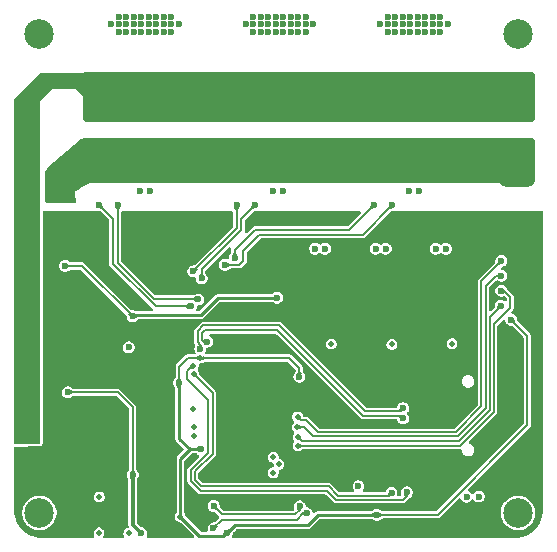
<source format=gbr>
%TF.GenerationSoftware,KiCad,Pcbnew,9.0.0-rc3-101-g1c85751bf0*%
%TF.CreationDate,2025-12-24T13:29:29+08:00*%
%TF.ProjectId,M4310_Drv,4d343331-305f-4447-9276-2e6b69636164,rev?*%
%TF.SameCoordinates,Original*%
%TF.FileFunction,Copper,L4,Bot*%
%TF.FilePolarity,Positive*%
%FSLAX46Y46*%
G04 Gerber Fmt 4.6, Leading zero omitted, Abs format (unit mm)*
G04 Created by KiCad (PCBNEW 9.0.0-rc3-101-g1c85751bf0) date 2025-12-24 13:29:29*
%MOMM*%
%LPD*%
G01*
G04 APERTURE LIST*
G04 Aperture macros list*
%AMRoundRect*
0 Rectangle with rounded corners*
0 $1 Rounding radius*
0 $2 $3 $4 $5 $6 $7 $8 $9 X,Y pos of 4 corners*
0 Add a 4 corners polygon primitive as box body*
4,1,4,$2,$3,$4,$5,$6,$7,$8,$9,$2,$3,0*
0 Add four circle primitives for the rounded corners*
1,1,$1+$1,$2,$3*
1,1,$1+$1,$4,$5*
1,1,$1+$1,$6,$7*
1,1,$1+$1,$8,$9*
0 Add four rect primitives between the rounded corners*
20,1,$1+$1,$2,$3,$4,$5,0*
20,1,$1+$1,$4,$5,$6,$7,0*
20,1,$1+$1,$6,$7,$8,$9,0*
20,1,$1+$1,$8,$9,$2,$3,0*%
G04 Aperture macros list end*
%TA.AperFunction,ComponentPad*%
%ADD10RoundRect,0.500000X-1.000000X-1.500000X1.000000X-1.500000X1.000000X1.500000X-1.000000X1.500000X0*%
%TD*%
%TA.AperFunction,ComponentPad*%
%ADD11O,2.000000X1.200000*%
%TD*%
%TA.AperFunction,ComponentPad*%
%ADD12O,1.800000X1.200000*%
%TD*%
%TA.AperFunction,SMDPad,CuDef*%
%ADD13R,1.730000X1.490000*%
%TD*%
%TA.AperFunction,ViaPad*%
%ADD14C,0.600000*%
%TD*%
%TA.AperFunction,ViaPad*%
%ADD15C,0.700000*%
%TD*%
%TA.AperFunction,ViaPad*%
%ADD16C,2.500000*%
%TD*%
%TA.AperFunction,ViaPad*%
%ADD17C,0.508000*%
%TD*%
%TA.AperFunction,Conductor*%
%ADD18C,0.203200*%
%TD*%
%TA.AperFunction,Conductor*%
%ADD19C,0.254000*%
%TD*%
%TA.AperFunction,Conductor*%
%ADD20C,0.200000*%
%TD*%
%TA.AperFunction,Conductor*%
%ADD21C,0.152400*%
%TD*%
%TA.AperFunction,Conductor*%
%ADD22C,0.304800*%
%TD*%
G04 APERTURE END LIST*
D10*
%TO.P,REF\u002A\u002A,1*%
%TO.N,PGND*%
X200375001Y-106600000D03*
%TD*%
%TO.P,REF\u002A\u002A,1*%
%TO.N,DCBUS*%
X200375001Y-101050000D03*
%TD*%
%TO.P,,1*%
%TO.N,PGND*%
X200400000Y-106600000D03*
%TD*%
D11*
%TO.P,USBC1,1,EH*%
%TO.N,GND*%
X195737500Y-123695000D03*
D12*
%TO.P,USBC1,2,EH*%
X199917500Y-123695000D03*
%TO.P,USBC1,3,EH*%
X199917500Y-132355000D03*
D11*
%TO.P,USBC1,4,EH*%
X195737500Y-132355000D03*
%TD*%
D13*
%TO.P,C40,1*%
%TO.N,PGND*%
X169253571Y-105365000D03*
%TO.P,C40,2*%
%TO.N,DCBUS*%
X169253571Y-102185000D03*
%TD*%
%TO.P,C28,1*%
%TO.N,PGND*%
X186967857Y-105365000D03*
%TO.P,C28,2*%
%TO.N,DCBUS*%
X186967857Y-102185000D03*
%TD*%
%TO.P,C36,1*%
%TO.N,PGND*%
X191396429Y-105365000D03*
%TO.P,C36,2*%
%TO.N,DCBUS*%
X191396429Y-102185000D03*
%TD*%
%TO.P,C38,1*%
%TO.N,PGND*%
X178110714Y-105365000D03*
%TO.P,C38,2*%
%TO.N,DCBUS*%
X178110714Y-102185000D03*
%TD*%
%TO.P,C37,1*%
%TO.N,PGND*%
X182539286Y-105365000D03*
%TO.P,C37,2*%
%TO.N,DCBUS*%
X182539286Y-102185000D03*
%TD*%
%TO.P,C39,1*%
%TO.N,PGND*%
X173682143Y-105365000D03*
%TO.P,C39,2*%
%TO.N,DCBUS*%
X173682143Y-102185000D03*
%TD*%
%TO.P,C32,1*%
%TO.N,PGND*%
X195825000Y-105365000D03*
%TO.P,C32,2*%
%TO.N,DCBUS*%
X195825000Y-102185000D03*
%TD*%
%TO.P,C41,1*%
%TO.N,PGND*%
X164825000Y-105365000D03*
%TO.P,C41,2*%
%TO.N,DCBUS*%
X164825000Y-102185000D03*
%TD*%
D14*
%TO.N,GND*%
X162195000Y-111245000D03*
X160925000Y-112515000D03*
X161560000Y-111880000D03*
X161560000Y-112515000D03*
X161560000Y-111245000D03*
X160925000Y-111880000D03*
X162195000Y-111880000D03*
X162195000Y-112515000D03*
X160925000Y-111245000D03*
D15*
%TO.N,DCBUS*%
X158890000Y-128995000D03*
X159525000Y-128995000D03*
X159525000Y-128360000D03*
X158890000Y-129630000D03*
X158890000Y-128360000D03*
X159525000Y-127725000D03*
X158890000Y-127725000D03*
X159525000Y-129630000D03*
D14*
%TO.N,+12V*%
X167500000Y-122240000D03*
D15*
%TO.N,DCBUS*%
X158880000Y-119320000D03*
X159515000Y-118685000D03*
X158880000Y-118685000D03*
X159515000Y-118050000D03*
X158880000Y-118050000D03*
X159515000Y-117415000D03*
X158880000Y-117415000D03*
X159515000Y-119320000D03*
D16*
%TO.N,*%
X159932233Y-95714434D03*
X200467767Y-95714482D03*
X159932232Y-136250013D03*
X200467767Y-136250001D03*
D14*
%TO.N,GND*%
X176327000Y-127193000D03*
X179375000Y-128209000D03*
X175311000Y-126177000D03*
X179375000Y-129225000D03*
X175311000Y-129225000D03*
X177343000Y-128209000D03*
X181425000Y-115550000D03*
X176327000Y-126177000D03*
X158890000Y-131910000D03*
X191065000Y-116025000D03*
X185940000Y-116075000D03*
X179375000Y-126177000D03*
X178359000Y-127193000D03*
X176327000Y-129225000D03*
X186575000Y-116075000D03*
X175311000Y-127193000D03*
X178359000Y-125161000D03*
X185225000Y-111675000D03*
X175311000Y-128209000D03*
X175311000Y-125161000D03*
X170400000Y-135950000D03*
X185940000Y-116710000D03*
X177343000Y-126177000D03*
X176327000Y-128209000D03*
X177343000Y-127193000D03*
X178359000Y-128209000D03*
X176327000Y-125161000D03*
X159525000Y-131275000D03*
X191700000Y-116025000D03*
X186575000Y-116710000D03*
X191065000Y-116660000D03*
X179075000Y-113775000D03*
X179375000Y-125161000D03*
X178359000Y-129225000D03*
X179375000Y-127193000D03*
X165490000Y-131135000D03*
X180600000Y-115550000D03*
X158890000Y-131275000D03*
X165490000Y-130500000D03*
X177343000Y-125161000D03*
X166125000Y-131135000D03*
X178359000Y-126177000D03*
X166125000Y-130500000D03*
X191700000Y-116660000D03*
X159525000Y-131910000D03*
X177343000Y-129225000D03*
X180250000Y-122275000D03*
D15*
%TO.N,DCBUS*%
X176375000Y-102525000D03*
X166275000Y-102525000D03*
X166275000Y-99275000D03*
X165625000Y-100575000D03*
X187825000Y-99275000D03*
X188475000Y-102525000D03*
X189125000Y-99925000D03*
X176375000Y-101225000D03*
X164975000Y-102525000D03*
X190425000Y-101225000D03*
X188475000Y-100575000D03*
X176375000Y-99275000D03*
X188475000Y-101875000D03*
X166275000Y-101875000D03*
X165625000Y-99275000D03*
X189775000Y-100575000D03*
X189125000Y-101225000D03*
X175725000Y-99275000D03*
X177025000Y-99275000D03*
X176375000Y-99925000D03*
X175725000Y-101225000D03*
X189125000Y-100575000D03*
X164975000Y-101875000D03*
X166925000Y-101875000D03*
X177025000Y-101875000D03*
X187825000Y-99925000D03*
X178325000Y-101875000D03*
X166275000Y-99925000D03*
X188475000Y-99925000D03*
X165625000Y-101225000D03*
X187175000Y-99925000D03*
X164975000Y-99275000D03*
X164325000Y-101875000D03*
X165625000Y-101875000D03*
X164325000Y-100575000D03*
X177675000Y-99275000D03*
X166275000Y-100575000D03*
X190425000Y-100575000D03*
X187175000Y-100575000D03*
X176375000Y-100575000D03*
X189775000Y-101225000D03*
X167575000Y-102525000D03*
X189775000Y-99925000D03*
X165625000Y-102525000D03*
X188475000Y-101225000D03*
X177675000Y-102525000D03*
X188475000Y-99275000D03*
X166925000Y-102525000D03*
X178975000Y-102525000D03*
X166925000Y-99275000D03*
X189125000Y-99275000D03*
X187175000Y-101225000D03*
X189125000Y-101875000D03*
X189775000Y-101875000D03*
X167575000Y-100575000D03*
X187825000Y-101875000D03*
X189125000Y-102525000D03*
X178975000Y-101875000D03*
X175725000Y-102525000D03*
X178975000Y-99925000D03*
X187175000Y-102525000D03*
X177025000Y-102525000D03*
X178325000Y-101225000D03*
X189775000Y-99275000D03*
X178325000Y-102525000D03*
X178975000Y-101225000D03*
X177675000Y-100575000D03*
X178975000Y-100575000D03*
X166275000Y-101225000D03*
X164325000Y-102525000D03*
X190425000Y-102525000D03*
X190425000Y-99925000D03*
X190425000Y-101875000D03*
X175725000Y-101875000D03*
X189775000Y-102525000D03*
X178325000Y-99275000D03*
X164325000Y-101225000D03*
X178325000Y-100575000D03*
X178975000Y-99275000D03*
X177025000Y-99925000D03*
X187825000Y-102525000D03*
X167575000Y-101875000D03*
X167575000Y-101225000D03*
X166925000Y-100575000D03*
X164975000Y-99925000D03*
X177025000Y-101225000D03*
X166925000Y-99925000D03*
X164325000Y-99275000D03*
X164975000Y-100575000D03*
X165625000Y-99925000D03*
X177675000Y-101875000D03*
X187825000Y-101225000D03*
X177675000Y-99925000D03*
X167575000Y-99275000D03*
X178325000Y-99925000D03*
X166925000Y-101225000D03*
X177025000Y-100575000D03*
X164325000Y-99925000D03*
X176375000Y-101875000D03*
X187825000Y-100575000D03*
X167575000Y-99925000D03*
X164975000Y-101225000D03*
X177675000Y-101225000D03*
X175725000Y-100575000D03*
X190425000Y-99275000D03*
X187175000Y-99275000D03*
X175725000Y-99925000D03*
X187175000Y-101875000D03*
D14*
%TO.N,+12V*%
X167830000Y-119620000D03*
X162120000Y-115350000D03*
X180050000Y-118040000D03*
%TO.N,+5V*%
X168575000Y-138000000D03*
X167825000Y-133030000D03*
X196100000Y-134900000D03*
X162350000Y-126050000D03*
X186950000Y-133998800D03*
%TO.N,VCC*%
X175800000Y-137975000D03*
X173625000Y-130875000D03*
D17*
X167500000Y-138000000D03*
X171878730Y-136583367D03*
D14*
X171770000Y-125270000D03*
X199875000Y-119900000D03*
X188500000Y-136421600D03*
X181950000Y-124725000D03*
D17*
X173575020Y-123150618D03*
D14*
%TO.N,/SH_A*%
X190045000Y-95510000D03*
X191950000Y-94240000D03*
X193220000Y-94875000D03*
X193855000Y-94240000D03*
X190045000Y-94240000D03*
X193855000Y-95510000D03*
X191315000Y-94240000D03*
X191315000Y-95510000D03*
X188250000Y-110200000D03*
X191315000Y-94875000D03*
X190680000Y-94240000D03*
X192585000Y-95510000D03*
X176470000Y-114650000D03*
X193220000Y-94240000D03*
X190680000Y-94875000D03*
X190045000Y-94875000D03*
X192585000Y-94240000D03*
X191950000Y-94875000D03*
X188775000Y-94875000D03*
X193855000Y-94875000D03*
X189410000Y-94875000D03*
X192585000Y-94875000D03*
X189410000Y-94240000D03*
X189410000Y-95510000D03*
X190680000Y-95510000D03*
X191950000Y-95510000D03*
X193220000Y-95510000D03*
X194490000Y-94875000D03*
%TO.N,/SH_B*%
X172970000Y-115799000D03*
X177400000Y-94875000D03*
X180575000Y-95510000D03*
X176625000Y-110200000D03*
X181845000Y-94875000D03*
X178035000Y-94240000D03*
X179305000Y-94875000D03*
X181210000Y-94875000D03*
X182480000Y-94875000D03*
X181845000Y-94240000D03*
X178670000Y-94875000D03*
X181210000Y-94240000D03*
X178670000Y-95510000D03*
X179305000Y-94240000D03*
X178035000Y-95510000D03*
X179940000Y-95510000D03*
X180575000Y-94875000D03*
X182480000Y-95510000D03*
X178670000Y-94240000D03*
X183115000Y-94875000D03*
X179940000Y-94875000D03*
X182480000Y-94240000D03*
X178035000Y-94875000D03*
X181210000Y-95510000D03*
X181845000Y-95510000D03*
X179940000Y-94240000D03*
X180575000Y-94240000D03*
X179305000Y-95510000D03*
%TO.N,/SH_C*%
X166645000Y-94875000D03*
X171090000Y-95510000D03*
X168550000Y-94240000D03*
X167915000Y-95510000D03*
X169185000Y-94875000D03*
X164975000Y-110175000D03*
X167280000Y-94240000D03*
X167280000Y-94875000D03*
X171090000Y-94875000D03*
X170455000Y-95510000D03*
X166645000Y-94240000D03*
X169185000Y-94240000D03*
X169185000Y-95510000D03*
X166645000Y-95510000D03*
X171725000Y-94875000D03*
X170455000Y-94875000D03*
X166010000Y-94875000D03*
X172770000Y-118780000D03*
X169820000Y-94240000D03*
X170455000Y-94240000D03*
X168550000Y-95510000D03*
X167915000Y-94875000D03*
X167280000Y-95510000D03*
X168550000Y-94875000D03*
X169820000Y-94875000D03*
X169820000Y-95510000D03*
X171090000Y-94240000D03*
X167915000Y-94240000D03*
%TO.N,/CAN-*%
X182575521Y-136300521D03*
X174675000Y-137575000D03*
%TO.N,/CAN+*%
X174700000Y-135675000D03*
X181974479Y-135699479D03*
%TO.N,/GH_A*%
X189800000Y-110200000D03*
X175635000Y-115255000D03*
%TO.N,IA+*%
X192080000Y-108975520D03*
X194340152Y-113900000D03*
%TO.N,/GH_B*%
X178175000Y-110200000D03*
X173675000Y-116400000D03*
%TO.N,IB+*%
X189255000Y-113890000D03*
X180590000Y-108975520D03*
%TO.N,/GH_C*%
X166575000Y-110175000D03*
X173392652Y-118180878D03*
%TO.N,/USB_DN*%
X174150000Y-121750000D03*
X190725000Y-128250000D03*
%TO.N,/SPI1_MOSI*%
X199050000Y-116175000D03*
D17*
X181775000Y-129005200D03*
D14*
%TO.N,/E_CS*%
X199050000Y-114925000D03*
D17*
X181800000Y-128125000D03*
%TO.N,/SPI1_MISO*%
X181825000Y-129825000D03*
D14*
X199000000Y-118725000D03*
D17*
%TO.N,/SPI1_SCK*%
X181825000Y-130575000D03*
D14*
X199050000Y-117450000D03*
%TO.N,/USB_DP*%
X173548960Y-122351040D03*
X190725000Y-127400000D03*
D17*
%TO.N,/SW_DIO*%
X172971870Y-123782861D03*
D14*
X191050000Y-134527400D03*
D17*
%TO.N,/FDCAN_TX*%
X173025000Y-129000000D03*
X165000000Y-134900000D03*
%TO.N,/FDCAN_RX*%
X173027600Y-129777600D03*
X164975000Y-137950000D03*
%TO.N,/IB*%
X180225000Y-132150000D03*
X189775000Y-122000000D03*
%TO.N,/IC*%
X184650000Y-121950000D03*
X179752240Y-131560213D03*
D14*
%TO.N,/SPI3_MOSI*%
X197150000Y-134875000D03*
D17*
X172925000Y-127475000D03*
%TO.N,/IA*%
X194875000Y-121925000D03*
X179750000Y-132850000D03*
D14*
%TO.N,/SW_SCK*%
X189750000Y-134550000D03*
D17*
X172990156Y-124490628D03*
D14*
%TO.N,/IC+*%
X169300000Y-108975520D03*
X184125000Y-113880000D03*
D15*
%TO.N,PGND*%
X188736200Y-106577600D03*
X188025000Y-105175000D03*
X165975000Y-105813800D03*
D14*
X179740000Y-108975520D03*
X160925000Y-107500000D03*
D15*
X177261200Y-107263800D03*
D14*
X183275000Y-113880000D03*
D15*
X189447400Y-105175000D03*
X165975000Y-107236200D03*
X176550000Y-107975000D03*
X176550000Y-105841400D03*
X166686200Y-105122400D03*
X165975000Y-105122400D03*
X165263800Y-107236200D03*
X176550000Y-107263800D03*
X189447400Y-108000000D03*
X188025000Y-105866400D03*
X188025000Y-107288800D03*
X177261200Y-105150000D03*
D14*
X162195000Y-108135000D03*
D15*
X177261200Y-105841400D03*
X177972400Y-105150000D03*
X165263800Y-105122400D03*
X176550000Y-105150000D03*
X188736200Y-105866400D03*
D14*
X162195000Y-108770000D03*
X168450000Y-108975520D03*
D15*
X166686200Y-107947400D03*
X188025000Y-108000000D03*
X165263800Y-105813800D03*
D14*
X160925000Y-108770000D03*
D15*
X165263800Y-106525000D03*
D14*
X160925000Y-108135000D03*
D15*
X177261200Y-106552600D03*
X165975000Y-106525000D03*
D14*
X162195000Y-107500000D03*
D15*
X177261200Y-107975000D03*
D14*
X193490152Y-113900000D03*
D15*
X177972400Y-107975000D03*
D14*
X188405000Y-113890000D03*
D15*
X188736200Y-108000000D03*
X165975000Y-107947400D03*
D14*
X161560000Y-108770000D03*
X161560000Y-108135000D03*
X191230000Y-108975520D03*
D15*
X188025000Y-106577600D03*
X188736200Y-107288800D03*
X188736200Y-105175000D03*
D14*
X161560000Y-107500000D03*
D15*
X176550000Y-106552600D03*
X165263800Y-107947400D03*
%TD*%
D18*
%TO.N,GND*%
X181818691Y-120550000D02*
X181840413Y-120528278D01*
X182025000Y-120550000D02*
X181818691Y-120550000D01*
D19*
%TO.N,+12V*%
X175080000Y-118040000D02*
X180050000Y-118040000D01*
D20*
X163560000Y-115350000D02*
X162120000Y-115350000D01*
D19*
X173610000Y-119510000D02*
X175080000Y-118040000D01*
D20*
X167830000Y-119620000D02*
X163560000Y-115350000D01*
D19*
X167940000Y-119510000D02*
X173610000Y-119510000D01*
X167830000Y-119620000D02*
X167940000Y-119510000D01*
D21*
%TO.N,+5V*%
X166550000Y-126050000D02*
X162400000Y-126050000D01*
X167825000Y-133030000D02*
X167825000Y-127325000D01*
X167825000Y-127325000D02*
X167750000Y-127250000D01*
D22*
X167825000Y-133030000D02*
X167825000Y-137250000D01*
X167825000Y-137250000D02*
X168575000Y-138000000D01*
D21*
X162400000Y-126050000D02*
X162350000Y-126050000D01*
X167750000Y-127250000D02*
X166550000Y-126050000D01*
D20*
%TO.N,VCC*%
X172499382Y-123150618D02*
X173575020Y-123150618D01*
D19*
X188528400Y-136496600D02*
X188528400Y-136450000D01*
X182675000Y-137275000D02*
X183528400Y-136421600D01*
X171878730Y-131671270D02*
X172675000Y-130875000D01*
X175800000Y-137975000D02*
X176500000Y-137275000D01*
D20*
X201250000Y-128825000D02*
X201250000Y-121275000D01*
X181950000Y-124000000D02*
X181950000Y-124725000D01*
X193653400Y-136421600D02*
X201250000Y-128825000D01*
X181100618Y-123150618D02*
X181950000Y-124000000D01*
D19*
X171878730Y-136583367D02*
X171878730Y-131671270D01*
D20*
X175599000Y-138176000D02*
X175800000Y-137975000D01*
X171770000Y-123880000D02*
X172499382Y-123150618D01*
D19*
X171878730Y-136583367D02*
X173471363Y-138176000D01*
X173471363Y-138176000D02*
X175599000Y-138176000D01*
X183528400Y-136421600D02*
X188500000Y-136421600D01*
X171770000Y-129970000D02*
X171770000Y-125270000D01*
X173625000Y-130875000D02*
X172675000Y-130875000D01*
D20*
X173575020Y-123150618D02*
X181100618Y-123150618D01*
D19*
X172675000Y-130875000D02*
X171770000Y-129970000D01*
D20*
X188500000Y-136421600D02*
X188500000Y-136550000D01*
X171770000Y-125270000D02*
X171770000Y-123880000D01*
X201250000Y-121275000D02*
X199875000Y-119900000D01*
D19*
X176500000Y-137275000D02*
X182675000Y-137275000D01*
D20*
X188500000Y-136421600D02*
X193653400Y-136421600D01*
D19*
X188528400Y-136450000D02*
X188500000Y-136421600D01*
D20*
%TO.N,/SH_A*%
X186161000Y-112289000D02*
X188250000Y-110200000D01*
X176470000Y-114000000D02*
X178181000Y-112289000D01*
X176470000Y-114650000D02*
X176470000Y-114000000D01*
X178181000Y-112289000D02*
X186161000Y-112289000D01*
%TO.N,/SH_B*%
X176625000Y-112144000D02*
X172970000Y-115799000D01*
X176625000Y-110200000D02*
X176625000Y-112144000D01*
%TO.N,/SH_C*%
X166150000Y-115150000D02*
X169780000Y-118780000D01*
X169975000Y-118780000D02*
X172770000Y-118780000D01*
X166150000Y-111350000D02*
X166150000Y-115150000D01*
X169780000Y-118780000D02*
X169975000Y-118780000D01*
X164975000Y-110175000D02*
X166150000Y-111350000D01*
%TO.N,/CAN-*%
X174675000Y-137575000D02*
X175412499Y-136837501D01*
X175412499Y-136837501D02*
X181755698Y-136837501D01*
X181755698Y-136837501D02*
X182292678Y-136300521D01*
X182292678Y-136300521D02*
X182575521Y-136300521D01*
%TO.N,/CAN+*%
X174700000Y-135675000D02*
X175412499Y-136387499D01*
X181569302Y-136387499D02*
X181974479Y-135982322D01*
X181974479Y-135982322D02*
X181974479Y-135699479D01*
X175412499Y-136387499D02*
X181569302Y-136387499D01*
%TO.N,/GH_A*%
X176835000Y-115255000D02*
X177190000Y-114900000D01*
X175635000Y-115255000D02*
X176835000Y-115255000D01*
X187310000Y-112690000D02*
X189800000Y-110200000D01*
X178560000Y-112690000D02*
X187310000Y-112690000D01*
X177190000Y-114900000D02*
X177190000Y-114060000D01*
X177190000Y-114060000D02*
X178560000Y-112690000D01*
%TO.N,/GH_B*%
X177025000Y-111350000D02*
X177025000Y-112300000D01*
X178175000Y-110200000D02*
X177025000Y-111350000D01*
X177025000Y-112300000D02*
X173675000Y-115650000D01*
X173675000Y-115650000D02*
X173675000Y-116400000D01*
%TO.N,/GH_C*%
X169600000Y-118125000D02*
X173336774Y-118125000D01*
X166575000Y-115100000D02*
X169600000Y-118125000D01*
X166575000Y-110175000D02*
X166575000Y-115100000D01*
D21*
%TO.N,/USB_DN*%
X173726200Y-121048757D02*
X173979272Y-120795685D01*
X187316660Y-128026200D02*
X190501200Y-128026200D01*
X190501200Y-128026200D02*
X190725000Y-128250000D01*
X173979272Y-120795685D02*
X180086145Y-120795685D01*
X173726200Y-121642700D02*
X173726200Y-121048757D01*
X180086145Y-120795685D02*
X187316660Y-128026200D01*
X174150000Y-121750000D02*
X173833500Y-121750000D01*
X173833500Y-121750000D02*
X173726200Y-121642700D01*
%TO.N,/SPI1_MOSI*%
X183125000Y-129750000D02*
X195375000Y-129750000D01*
X181775000Y-129005200D02*
X182380200Y-129005200D01*
X195375000Y-129750000D02*
X197727200Y-127397800D01*
X198616285Y-116175000D02*
X199050000Y-116175000D01*
X182380200Y-129005200D02*
X183125000Y-129750000D01*
X197727200Y-127397800D02*
X197727200Y-117064085D01*
X197727200Y-117064085D02*
X198616285Y-116175000D01*
%TO.N,/E_CS*%
X197350000Y-127225000D02*
X197350000Y-116650000D01*
X181800000Y-128125000D02*
X182054600Y-128379600D01*
X195175000Y-129400000D02*
X197350000Y-127225000D01*
X183550000Y-129400000D02*
X195175000Y-129400000D01*
X199050000Y-114950000D02*
X199050000Y-114925000D01*
X197350000Y-116650000D02*
X199050000Y-114950000D01*
X182529600Y-128379600D02*
X183550000Y-129400000D01*
X181800000Y-128125000D02*
X181800000Y-128250000D01*
X182054600Y-128379600D02*
X182529600Y-128379600D01*
%TO.N,/SPI1_MISO*%
X198080600Y-127544183D02*
X198080600Y-119644400D01*
X181825000Y-129825000D02*
X182150000Y-130150000D01*
X182150000Y-130150000D02*
X195474783Y-130150000D01*
X198080600Y-119644400D02*
X199000000Y-118725000D01*
X195474783Y-130150000D02*
X198080600Y-127544183D01*
%TO.N,/SPI1_SCK*%
X198434000Y-120291000D02*
X199800000Y-118925000D01*
X195549567Y-130575000D02*
X198434000Y-127690566D01*
X198434000Y-127690566D02*
X198434000Y-120291000D01*
X199275000Y-117450000D02*
X199050000Y-117450000D01*
X199800000Y-117975000D02*
X199275000Y-117450000D01*
X181825000Y-130575000D02*
X195549567Y-130575000D01*
X199800000Y-118925000D02*
X199800000Y-117975000D01*
%TO.N,/USB_DP*%
X190501200Y-127623800D02*
X190725000Y-127400000D01*
X173812592Y-120393285D02*
X180252825Y-120393285D01*
X173548960Y-122034540D02*
X173323800Y-121809380D01*
X173323800Y-120882077D02*
X173812592Y-120393285D01*
X187483340Y-127623800D02*
X190501200Y-127623800D01*
X173323800Y-121809380D02*
X173323800Y-120882077D01*
X173548960Y-122351040D02*
X173548960Y-122034540D01*
X180252825Y-120393285D02*
X187483340Y-127623800D01*
%TO.N,/SW_DIO*%
X172750000Y-133570000D02*
X172750000Y-132600216D01*
X174200000Y-126700000D02*
X172435156Y-124935156D01*
X172435156Y-124935156D02*
X172435156Y-124260739D01*
X191050000Y-134527400D02*
X191050000Y-134790000D01*
X191050000Y-134790000D02*
X190700000Y-135140000D01*
X172913034Y-123782861D02*
X172971870Y-123782861D01*
X172435156Y-124260739D02*
X172913034Y-123782861D01*
X174200000Y-129325000D02*
X174200000Y-126700000D01*
X172750000Y-132600216D02*
X174202200Y-131148016D01*
X174202200Y-129327200D02*
X174200000Y-129325000D01*
X184300000Y-134420000D02*
X173600000Y-134420000D01*
X190700000Y-135140000D02*
X185020000Y-135140000D01*
X174202200Y-131148016D02*
X174202200Y-129327200D01*
X185020000Y-135140000D02*
X184300000Y-134420000D01*
X173600000Y-134420000D02*
X172750000Y-133570000D01*
%TO.N,/SW_SCK*%
X174600000Y-131250000D02*
X174600000Y-126100472D01*
X174600000Y-126100472D02*
X172990156Y-124490628D01*
X189500000Y-134800000D02*
X185250000Y-134800000D01*
X173103400Y-132746600D02*
X174600000Y-131250000D01*
X173650000Y-134020000D02*
X173103400Y-133473400D01*
X173103400Y-133473400D02*
X173103400Y-132746600D01*
X189750000Y-134550000D02*
X189500000Y-134800000D01*
X185250000Y-134800000D02*
X184470000Y-134020000D01*
X184470000Y-134020000D02*
X173650000Y-134020000D01*
%TD*%
%TA.AperFunction,Conductor*%
%TO.N,DCBUS*%
G36*
X201715677Y-98919685D02*
G01*
X201736319Y-98936319D01*
X201863681Y-99063681D01*
X201897166Y-99125004D01*
X201900000Y-99151362D01*
X201900000Y-102898638D01*
X201891355Y-102928078D01*
X201884832Y-102958065D01*
X201881077Y-102963080D01*
X201880315Y-102965677D01*
X201863681Y-102986319D01*
X201736319Y-103113681D01*
X201674996Y-103147166D01*
X201648638Y-103150000D01*
X163901362Y-103150000D01*
X163834323Y-103130315D01*
X163813681Y-103113681D01*
X163686319Y-102986319D01*
X163652834Y-102924996D01*
X163650000Y-102898638D01*
X163650000Y-100929999D01*
X163650000Y-99000000D01*
X163659976Y-98990023D01*
X163669685Y-98956961D01*
X163722489Y-98911206D01*
X163774000Y-98900000D01*
X201648638Y-98900000D01*
X201715677Y-98919685D01*
G37*
%TD.AperFunction*%
%TD*%
%TA.AperFunction,Conductor*%
%TO.N,PGND*%
G36*
X201715677Y-104519685D02*
G01*
X201736319Y-104536319D01*
X201863681Y-104663681D01*
X201897166Y-104725004D01*
X201900000Y-104751362D01*
X201900000Y-108098638D01*
X201891355Y-108128078D01*
X201884832Y-108158065D01*
X201881077Y-108163080D01*
X201880315Y-108165677D01*
X201863681Y-108186319D01*
X201736319Y-108313681D01*
X201674996Y-108347166D01*
X201648638Y-108350000D01*
X164190000Y-108350000D01*
X163582500Y-108687500D01*
X163582499Y-108687500D01*
X163163647Y-108920193D01*
X163163646Y-108920195D01*
X162975001Y-109024998D01*
X162974999Y-109025001D01*
X162979959Y-109223376D01*
X162979959Y-109223389D01*
X162997448Y-109922901D01*
X162979445Y-109990411D01*
X162927802Y-110037472D01*
X162873487Y-110050000D01*
X160651362Y-110050000D01*
X160621921Y-110041355D01*
X160591935Y-110034832D01*
X160586919Y-110031077D01*
X160584323Y-110030315D01*
X160563681Y-110013681D01*
X160436319Y-109886319D01*
X160402834Y-109824996D01*
X160400000Y-109798638D01*
X160400000Y-107452501D01*
X160411628Y-107400075D01*
X160541631Y-107121418D01*
X160574328Y-107078832D01*
X163479998Y-104642539D01*
X163517276Y-104621030D01*
X163750156Y-104536319D01*
X163829465Y-104507470D01*
X163871853Y-104500000D01*
X201648638Y-104500000D01*
X201715677Y-104519685D01*
G37*
%TD.AperFunction*%
%TD*%
%TA.AperFunction,Conductor*%
%TO.N,GND*%
G36*
X164900595Y-110677901D02*
G01*
X164900630Y-110677639D01*
X164908686Y-110678699D01*
X164908687Y-110678700D01*
X164955584Y-110678700D01*
X164961674Y-110679818D01*
X164965204Y-110679074D01*
X164999643Y-110686792D01*
X165061629Y-110710354D01*
X165065408Y-110711791D01*
X165067813Y-110712705D01*
X165111435Y-110740932D01*
X165809981Y-111439478D01*
X165843466Y-111500801D01*
X165846300Y-111527159D01*
X165846300Y-115189986D01*
X165866994Y-115267221D01*
X165866996Y-115267224D01*
X165906979Y-115336476D01*
X165906980Y-115336477D01*
X165906981Y-115336478D01*
X169532638Y-118962134D01*
X169532654Y-118962150D01*
X169538137Y-118967635D01*
X169539214Y-118969608D01*
X169540216Y-118970432D01*
X169540226Y-118970444D01*
X169539843Y-118970762D01*
X169555167Y-118998837D01*
X169571606Y-119028942D01*
X169571605Y-119028953D01*
X169571611Y-119028964D01*
X169569098Y-119064009D01*
X169566622Y-119098634D01*
X169566614Y-119098643D01*
X169566614Y-119098655D01*
X169545396Y-119126987D01*
X169524750Y-119154567D01*
X169524739Y-119154570D01*
X169524732Y-119154581D01*
X169489376Y-119167760D01*
X169459286Y-119178984D01*
X169459267Y-119178984D01*
X169459264Y-119178986D01*
X169459259Y-119178984D01*
X169450440Y-119179300D01*
X168248710Y-119179300D01*
X168224441Y-119176902D01*
X168211364Y-119174292D01*
X168211361Y-119174291D01*
X168098418Y-119174215D01*
X168036504Y-119157603D01*
X168024421Y-119150627D01*
X167896313Y-119116300D01*
X167896310Y-119116300D01*
X167849414Y-119116300D01*
X167843322Y-119115181D01*
X167839792Y-119115926D01*
X167805354Y-119108208D01*
X167737181Y-119082293D01*
X167693564Y-119054067D01*
X163746478Y-115106981D01*
X163746476Y-115106979D01*
X163677224Y-115066996D01*
X163677221Y-115066994D01*
X163599986Y-115046300D01*
X163599983Y-115046300D01*
X162580001Y-115046300D01*
X162512962Y-115026615D01*
X162492320Y-115009981D01*
X162429280Y-114946941D01*
X162429275Y-114946937D01*
X162314423Y-114880628D01*
X162314422Y-114880627D01*
X162282394Y-114872045D01*
X162186313Y-114846300D01*
X162053687Y-114846300D01*
X161976822Y-114866896D01*
X161925577Y-114880627D01*
X161925576Y-114880628D01*
X161810724Y-114946937D01*
X161810719Y-114946941D01*
X161716941Y-115040719D01*
X161716937Y-115040724D01*
X161650628Y-115155576D01*
X161650627Y-115155577D01*
X161633463Y-115219633D01*
X161616300Y-115283687D01*
X161616300Y-115283689D01*
X161616300Y-115416310D01*
X161616299Y-115416310D01*
X161650627Y-115544422D01*
X161650628Y-115544423D01*
X161716937Y-115659275D01*
X161716939Y-115659278D01*
X161716940Y-115659279D01*
X161810721Y-115753060D01*
X161810722Y-115753061D01*
X161810724Y-115753062D01*
X161822946Y-115760118D01*
X161925579Y-115819373D01*
X162053687Y-115853700D01*
X162053690Y-115853700D01*
X162186310Y-115853700D01*
X162186313Y-115853700D01*
X162314421Y-115819373D01*
X162429279Y-115753060D01*
X162492320Y-115690019D01*
X162553643Y-115656534D01*
X162580001Y-115653700D01*
X163382841Y-115653700D01*
X163449880Y-115673385D01*
X163470522Y-115690019D01*
X167264067Y-119483564D01*
X167269689Y-119492252D01*
X167275185Y-119496313D01*
X167292292Y-119527181D01*
X167316448Y-119590724D01*
X167318208Y-119595352D01*
X167326300Y-119639414D01*
X167326300Y-119686310D01*
X167326299Y-119686310D01*
X167360627Y-119814422D01*
X167360628Y-119814423D01*
X167426937Y-119929275D01*
X167426939Y-119929278D01*
X167426940Y-119929279D01*
X167520721Y-120023060D01*
X167520722Y-120023061D01*
X167520724Y-120023062D01*
X167528834Y-120027744D01*
X167635579Y-120089373D01*
X167763687Y-120123700D01*
X167763690Y-120123700D01*
X167896310Y-120123700D01*
X167896313Y-120123700D01*
X168024421Y-120089373D01*
X168139279Y-120023060D01*
X168233060Y-119929279D01*
X168248404Y-119902702D01*
X168298970Y-119854485D01*
X168355792Y-119840700D01*
X173653535Y-119840700D01*
X173653537Y-119840700D01*
X173653538Y-119840700D01*
X173737646Y-119818164D01*
X173813055Y-119774626D01*
X173874626Y-119713055D01*
X173874626Y-119713053D01*
X173884830Y-119702850D01*
X173884833Y-119702845D01*
X175180661Y-118407019D01*
X175241984Y-118373534D01*
X175268342Y-118370700D01*
X179616999Y-118370700D01*
X179684038Y-118390385D01*
X179704680Y-118407019D01*
X179740721Y-118443060D01*
X179855579Y-118509373D01*
X179983687Y-118543700D01*
X179983690Y-118543700D01*
X180116310Y-118543700D01*
X180116313Y-118543700D01*
X180244421Y-118509373D01*
X180359279Y-118443060D01*
X180453060Y-118349279D01*
X180519373Y-118234421D01*
X180553700Y-118106313D01*
X180553700Y-117973687D01*
X180519373Y-117845579D01*
X180480077Y-117777516D01*
X180453062Y-117730724D01*
X180453058Y-117730719D01*
X180359280Y-117636941D01*
X180359275Y-117636937D01*
X180244423Y-117570628D01*
X180244422Y-117570627D01*
X180212394Y-117562045D01*
X180116313Y-117536300D01*
X179983687Y-117536300D01*
X179906822Y-117556896D01*
X179855577Y-117570627D01*
X179855576Y-117570628D01*
X179740724Y-117636937D01*
X179740719Y-117636941D01*
X179704680Y-117672981D01*
X179643357Y-117706466D01*
X179616999Y-117709300D01*
X175036460Y-117709300D01*
X174952353Y-117731836D01*
X174876945Y-117775374D01*
X174876942Y-117775376D01*
X174834964Y-117817355D01*
X174815374Y-117836945D01*
X174815372Y-117836947D01*
X174162162Y-118490158D01*
X173509339Y-119142981D01*
X173448016Y-119176466D01*
X173421658Y-119179300D01*
X173335860Y-119179300D01*
X173268821Y-119159615D01*
X173223066Y-119106811D01*
X173213122Y-119037653D01*
X173228471Y-118993302D01*
X173239373Y-118974421D01*
X173273700Y-118846313D01*
X173273700Y-118808578D01*
X173293385Y-118741539D01*
X173346189Y-118695784D01*
X173397700Y-118684578D01*
X173458962Y-118684578D01*
X173458965Y-118684578D01*
X173587073Y-118650251D01*
X173701931Y-118583938D01*
X173795712Y-118490157D01*
X173862025Y-118375299D01*
X173896352Y-118247191D01*
X173896352Y-118114565D01*
X173862025Y-117986457D01*
X173822762Y-117918451D01*
X173795714Y-117871602D01*
X173795710Y-117871597D01*
X173701932Y-117777819D01*
X173701927Y-117777815D01*
X173587075Y-117711506D01*
X173587074Y-117711505D01*
X173555046Y-117702923D01*
X173458965Y-117677178D01*
X173326339Y-117677178D01*
X173249474Y-117697774D01*
X173198229Y-117711505D01*
X173198224Y-117711508D01*
X173083894Y-117777516D01*
X173052924Y-117790184D01*
X172947797Y-117817355D01*
X172916768Y-117821300D01*
X169777159Y-117821300D01*
X169710120Y-117801615D01*
X169689478Y-117784981D01*
X166915019Y-115010522D01*
X166881534Y-114949199D01*
X166878700Y-114922841D01*
X166878700Y-110799000D01*
X166898385Y-110731961D01*
X166951189Y-110686206D01*
X167002700Y-110675000D01*
X176197300Y-110675000D01*
X176264339Y-110694685D01*
X176310094Y-110747489D01*
X176321300Y-110799000D01*
X176321300Y-111966840D01*
X176301615Y-112033879D01*
X176284981Y-112054521D01*
X173106436Y-115233065D01*
X173097747Y-115238687D01*
X173093688Y-115244182D01*
X173062818Y-115261291D01*
X172994647Y-115287207D01*
X172950584Y-115295300D01*
X172903687Y-115295300D01*
X172826822Y-115315896D01*
X172775577Y-115329627D01*
X172775576Y-115329628D01*
X172660724Y-115395937D01*
X172660719Y-115395941D01*
X172566941Y-115489719D01*
X172566937Y-115489724D01*
X172500628Y-115604576D01*
X172500627Y-115604577D01*
X172486296Y-115658062D01*
X172466300Y-115732687D01*
X172466300Y-115732689D01*
X172466300Y-115865310D01*
X172466299Y-115865310D01*
X172500627Y-115993422D01*
X172500628Y-115993423D01*
X172566937Y-116108275D01*
X172566939Y-116108278D01*
X172566940Y-116108279D01*
X172660721Y-116202060D01*
X172660722Y-116202061D01*
X172660724Y-116202062D01*
X172666816Y-116205579D01*
X172775579Y-116268373D01*
X172903687Y-116302700D01*
X172903690Y-116302700D01*
X173044441Y-116302700D01*
X173044441Y-116305466D01*
X173100127Y-116314139D01*
X173152392Y-116360508D01*
X173171300Y-116426323D01*
X173171300Y-116466310D01*
X173171299Y-116466310D01*
X173205627Y-116594422D01*
X173205628Y-116594423D01*
X173271937Y-116709275D01*
X173271939Y-116709278D01*
X173271940Y-116709279D01*
X173365721Y-116803060D01*
X173480579Y-116869373D01*
X173608687Y-116903700D01*
X173608690Y-116903700D01*
X173741310Y-116903700D01*
X173741313Y-116903700D01*
X173869421Y-116869373D01*
X173984279Y-116803060D01*
X174078060Y-116709279D01*
X174144373Y-116594421D01*
X174178700Y-116466313D01*
X174178700Y-116333687D01*
X174144373Y-116205579D01*
X174078060Y-116090721D01*
X174044900Y-116057561D01*
X174041384Y-116052463D01*
X174038360Y-116050493D01*
X174019465Y-116020682D01*
X173989584Y-115954149D01*
X173978700Y-115903347D01*
X173978700Y-115827157D01*
X173998385Y-115760118D01*
X174015014Y-115739481D01*
X175975167Y-113779328D01*
X176036487Y-113745845D01*
X176106179Y-113750829D01*
X176162112Y-113792701D01*
X176186529Y-113858165D01*
X176182621Y-113899101D01*
X176170144Y-113945670D01*
X176167293Y-113956313D01*
X176166300Y-113960018D01*
X176166300Y-114153346D01*
X176164131Y-114163467D01*
X176165146Y-114170223D01*
X176155415Y-114204149D01*
X176125533Y-114270682D01*
X176100100Y-114307559D01*
X176066940Y-114340719D01*
X176000628Y-114455576D01*
X176000627Y-114455577D01*
X175983463Y-114519633D01*
X175966300Y-114583687D01*
X175966300Y-114583689D01*
X175966300Y-114660703D01*
X175946615Y-114727742D01*
X175893811Y-114773497D01*
X175824653Y-114783441D01*
X175810207Y-114780478D01*
X175737448Y-114760982D01*
X175701313Y-114751300D01*
X175568687Y-114751300D01*
X175491822Y-114771896D01*
X175440577Y-114785627D01*
X175440576Y-114785628D01*
X175325724Y-114851937D01*
X175325719Y-114851941D01*
X175231941Y-114945719D01*
X175231937Y-114945724D01*
X175165628Y-115060576D01*
X175165627Y-115060577D01*
X175148463Y-115124633D01*
X175131300Y-115188687D01*
X175131300Y-115188689D01*
X175131300Y-115321310D01*
X175131299Y-115321310D01*
X175165627Y-115449422D01*
X175165628Y-115449423D01*
X175231937Y-115564275D01*
X175231939Y-115564278D01*
X175231940Y-115564279D01*
X175325721Y-115658060D01*
X175440579Y-115724373D01*
X175568687Y-115758700D01*
X175568690Y-115758700D01*
X175701310Y-115758700D01*
X175701313Y-115758700D01*
X175829421Y-115724373D01*
X175944279Y-115658060D01*
X175977441Y-115624897D01*
X175982539Y-115621381D01*
X175984511Y-115618355D01*
X176014322Y-115599461D01*
X176080847Y-115569584D01*
X176131648Y-115558700D01*
X176874980Y-115558700D01*
X176874983Y-115558700D01*
X176928275Y-115544421D01*
X176952221Y-115538005D01*
X176952221Y-115538004D01*
X176952224Y-115538004D01*
X177021476Y-115498021D01*
X177433021Y-115086476D01*
X177473004Y-115017224D01*
X177493700Y-114939983D01*
X177493700Y-114860017D01*
X177493700Y-114237159D01*
X177513385Y-114170120D01*
X177530019Y-114149478D01*
X177733187Y-113946310D01*
X182771299Y-113946310D01*
X182805627Y-114074422D01*
X182805628Y-114074423D01*
X182871937Y-114189275D01*
X182871939Y-114189278D01*
X182871940Y-114189279D01*
X182965721Y-114283060D01*
X182965722Y-114283061D01*
X182965724Y-114283062D01*
X183008155Y-114307559D01*
X183080579Y-114349373D01*
X183208687Y-114383700D01*
X183208690Y-114383700D01*
X183341310Y-114383700D01*
X183341313Y-114383700D01*
X183469421Y-114349373D01*
X183584279Y-114283060D01*
X183612319Y-114255020D01*
X183673642Y-114221535D01*
X183743334Y-114226519D01*
X183787681Y-114255020D01*
X183815721Y-114283060D01*
X183815722Y-114283061D01*
X183815724Y-114283062D01*
X183858155Y-114307559D01*
X183930579Y-114349373D01*
X184058687Y-114383700D01*
X184058690Y-114383700D01*
X184191310Y-114383700D01*
X184191313Y-114383700D01*
X184319421Y-114349373D01*
X184434279Y-114283060D01*
X184528060Y-114189279D01*
X184594373Y-114074421D01*
X184626021Y-113956310D01*
X187901299Y-113956310D01*
X187935627Y-114084422D01*
X187935628Y-114084423D01*
X188001937Y-114199275D01*
X188001939Y-114199278D01*
X188001940Y-114199279D01*
X188095721Y-114293060D01*
X188095722Y-114293061D01*
X188095724Y-114293062D01*
X188113045Y-114303062D01*
X188210579Y-114359373D01*
X188338687Y-114393700D01*
X188338690Y-114393700D01*
X188471310Y-114393700D01*
X188471313Y-114393700D01*
X188599421Y-114359373D01*
X188714279Y-114293060D01*
X188742319Y-114265020D01*
X188803642Y-114231535D01*
X188873334Y-114236519D01*
X188917681Y-114265020D01*
X188945721Y-114293060D01*
X188945722Y-114293061D01*
X188945724Y-114293062D01*
X188963045Y-114303062D01*
X189060579Y-114359373D01*
X189188687Y-114393700D01*
X189188690Y-114393700D01*
X189321310Y-114393700D01*
X189321313Y-114393700D01*
X189449421Y-114359373D01*
X189564279Y-114293060D01*
X189658060Y-114199279D01*
X189724373Y-114084421D01*
X189756021Y-113966310D01*
X192986451Y-113966310D01*
X193020779Y-114094422D01*
X193020780Y-114094423D01*
X193087089Y-114209275D01*
X193087091Y-114209278D01*
X193087092Y-114209279D01*
X193180873Y-114303060D01*
X193180874Y-114303061D01*
X193180876Y-114303062D01*
X193238302Y-114336216D01*
X193295731Y-114369373D01*
X193423839Y-114403700D01*
X193423842Y-114403700D01*
X193556462Y-114403700D01*
X193556465Y-114403700D01*
X193684573Y-114369373D01*
X193799431Y-114303060D01*
X193827471Y-114275020D01*
X193888794Y-114241535D01*
X193958486Y-114246519D01*
X194002833Y-114275020D01*
X194030873Y-114303060D01*
X194030874Y-114303061D01*
X194030876Y-114303062D01*
X194088302Y-114336216D01*
X194145731Y-114369373D01*
X194273839Y-114403700D01*
X194273842Y-114403700D01*
X194406462Y-114403700D01*
X194406465Y-114403700D01*
X194534573Y-114369373D01*
X194649431Y-114303060D01*
X194743212Y-114209279D01*
X194809525Y-114094421D01*
X194843852Y-113966313D01*
X194843852Y-113833687D01*
X194809525Y-113705579D01*
X194743212Y-113590721D01*
X194649431Y-113496940D01*
X194649430Y-113496939D01*
X194649427Y-113496937D01*
X194534575Y-113430628D01*
X194534574Y-113430627D01*
X194497253Y-113420627D01*
X194406465Y-113396300D01*
X194273839Y-113396300D01*
X194196974Y-113416896D01*
X194145729Y-113430627D01*
X194145728Y-113430628D01*
X194030876Y-113496937D01*
X194030871Y-113496941D01*
X194002833Y-113524980D01*
X193941510Y-113558465D01*
X193871818Y-113553481D01*
X193827471Y-113524980D01*
X193799432Y-113496941D01*
X193799427Y-113496937D01*
X193684575Y-113430628D01*
X193684574Y-113430627D01*
X193647253Y-113420627D01*
X193556465Y-113396300D01*
X193423839Y-113396300D01*
X193346974Y-113416896D01*
X193295729Y-113430627D01*
X193295728Y-113430628D01*
X193180876Y-113496937D01*
X193180871Y-113496941D01*
X193087093Y-113590719D01*
X193087089Y-113590724D01*
X193020780Y-113705576D01*
X193020779Y-113705577D01*
X193008654Y-113750829D01*
X192986452Y-113833687D01*
X192986452Y-113833689D01*
X192986452Y-113966310D01*
X192986451Y-113966310D01*
X189756021Y-113966310D01*
X189758700Y-113956313D01*
X189758700Y-113823687D01*
X189724373Y-113695579D01*
X189663835Y-113590724D01*
X189658062Y-113580724D01*
X189658058Y-113580719D01*
X189564280Y-113486941D01*
X189564275Y-113486937D01*
X189449423Y-113420628D01*
X189449422Y-113420627D01*
X189412101Y-113410627D01*
X189321313Y-113386300D01*
X189188687Y-113386300D01*
X189111822Y-113406896D01*
X189060577Y-113420627D01*
X189060576Y-113420628D01*
X188945724Y-113486937D01*
X188945719Y-113486941D01*
X188917681Y-113514980D01*
X188856358Y-113548465D01*
X188786666Y-113543481D01*
X188742319Y-113514980D01*
X188714280Y-113486941D01*
X188714275Y-113486937D01*
X188599423Y-113420628D01*
X188599422Y-113420627D01*
X188562101Y-113410627D01*
X188471313Y-113386300D01*
X188338687Y-113386300D01*
X188261822Y-113406896D01*
X188210577Y-113420627D01*
X188210576Y-113420628D01*
X188095724Y-113486937D01*
X188095719Y-113486941D01*
X188001941Y-113580719D01*
X188001937Y-113580724D01*
X187935628Y-113695576D01*
X187935627Y-113695577D01*
X187919175Y-113756978D01*
X187901300Y-113823687D01*
X187901300Y-113823689D01*
X187901300Y-113956310D01*
X187901299Y-113956310D01*
X184626021Y-113956310D01*
X184628700Y-113946313D01*
X184628700Y-113813687D01*
X184594373Y-113685579D01*
X184533835Y-113580724D01*
X184528062Y-113570724D01*
X184528058Y-113570719D01*
X184434280Y-113476941D01*
X184434275Y-113476937D01*
X184319423Y-113410628D01*
X184319422Y-113410627D01*
X184287394Y-113402045D01*
X184191313Y-113376300D01*
X184058687Y-113376300D01*
X183984047Y-113396300D01*
X183930577Y-113410627D01*
X183930576Y-113410628D01*
X183815724Y-113476937D01*
X183815719Y-113476941D01*
X183787681Y-113504980D01*
X183726358Y-113538465D01*
X183656666Y-113533481D01*
X183612319Y-113504980D01*
X183584280Y-113476941D01*
X183584275Y-113476937D01*
X183469423Y-113410628D01*
X183469422Y-113410627D01*
X183437394Y-113402045D01*
X183341313Y-113376300D01*
X183208687Y-113376300D01*
X183134047Y-113396300D01*
X183080577Y-113410627D01*
X183080576Y-113410628D01*
X182965724Y-113476937D01*
X182965719Y-113476941D01*
X182871941Y-113570719D01*
X182871937Y-113570724D01*
X182805628Y-113685576D01*
X182805627Y-113685577D01*
X182788463Y-113749633D01*
X182771300Y-113813687D01*
X182771300Y-113813689D01*
X182771300Y-113946310D01*
X182771299Y-113946310D01*
X177733187Y-113946310D01*
X178649478Y-113030019D01*
X178710801Y-112996534D01*
X178737159Y-112993700D01*
X187349980Y-112993700D01*
X187349983Y-112993700D01*
X187388603Y-112983352D01*
X187427221Y-112973005D01*
X187427221Y-112973004D01*
X187427224Y-112973004D01*
X187496476Y-112933021D01*
X189663566Y-110765929D01*
X189672255Y-110760306D01*
X189676316Y-110754811D01*
X189707177Y-110737707D01*
X189775358Y-110711790D01*
X189819414Y-110703700D01*
X189866311Y-110703700D01*
X189866313Y-110703700D01*
X189957653Y-110679224D01*
X189989747Y-110675000D01*
X202475500Y-110675000D01*
X202542539Y-110694685D01*
X202588294Y-110747489D01*
X202599500Y-110799000D01*
X202599500Y-135978479D01*
X202599274Y-135985968D01*
X202582453Y-136263977D01*
X202580648Y-136278840D01*
X202531120Y-136549099D01*
X202527536Y-136563638D01*
X202445796Y-136825948D01*
X202440487Y-136839948D01*
X202327721Y-137090505D01*
X202320762Y-137103763D01*
X202178619Y-137338899D01*
X202170115Y-137351219D01*
X202147116Y-137380577D01*
X202000673Y-137567500D01*
X201990745Y-137578707D01*
X201796457Y-137773001D01*
X201785251Y-137782929D01*
X201592827Y-137933689D01*
X201568968Y-137952382D01*
X201556645Y-137960887D01*
X201321520Y-138103032D01*
X201308262Y-138109991D01*
X201057711Y-138222762D01*
X201043711Y-138228072D01*
X200781398Y-138309821D01*
X200766860Y-138313405D01*
X200496599Y-138362942D01*
X200481735Y-138364747D01*
X200204836Y-138381507D01*
X200197344Y-138381734D01*
X176361568Y-138381734D01*
X176294529Y-138362049D01*
X176248774Y-138309245D01*
X176238830Y-138240087D01*
X176242039Y-138224736D01*
X176246255Y-138209461D01*
X176269373Y-138169421D01*
X176303700Y-138041313D01*
X176303700Y-138001383D01*
X176308171Y-137985188D01*
X176314745Y-137974583D01*
X176318654Y-137959153D01*
X176351521Y-137898441D01*
X176372882Y-137869796D01*
X176556547Y-137686132D01*
X176600663Y-137642018D01*
X176661987Y-137608534D01*
X176688344Y-137605700D01*
X182718535Y-137605700D01*
X182718537Y-137605700D01*
X182718538Y-137605700D01*
X182802646Y-137583164D01*
X182878055Y-137539626D01*
X182939626Y-137478055D01*
X182939626Y-137478053D01*
X182949830Y-137467850D01*
X182949833Y-137467845D01*
X183629061Y-136788619D01*
X183690384Y-136755134D01*
X183716742Y-136752300D01*
X188020514Y-136752300D01*
X188020813Y-136752343D01*
X188020961Y-136752301D01*
X188055877Y-136757450D01*
X188122052Y-136777140D01*
X188174370Y-136808309D01*
X188190721Y-136824660D01*
X188190722Y-136824661D01*
X188190724Y-136824662D01*
X188248150Y-136857816D01*
X188305579Y-136890973D01*
X188433687Y-136925300D01*
X188433690Y-136925300D01*
X188566310Y-136925300D01*
X188566313Y-136925300D01*
X188694421Y-136890973D01*
X188809279Y-136824660D01*
X188842441Y-136791497D01*
X188847539Y-136787981D01*
X188849511Y-136784955D01*
X188879322Y-136766061D01*
X188945847Y-136736184D01*
X188996648Y-136725300D01*
X193693380Y-136725300D01*
X193693383Y-136725300D01*
X193732003Y-136714952D01*
X193770621Y-136704605D01*
X193770621Y-136704604D01*
X193770624Y-136704604D01*
X193839876Y-136664621D01*
X194368905Y-136135592D01*
X199014067Y-136135592D01*
X199014067Y-136364410D01*
X199022297Y-136416373D01*
X199049862Y-136590411D01*
X199120568Y-136808025D01*
X199120569Y-136808028D01*
X199207665Y-136978962D01*
X199224451Y-137011906D01*
X199358947Y-137197023D01*
X199520745Y-137358821D01*
X199705862Y-137493317D01*
X199796743Y-137539623D01*
X199909739Y-137597198D01*
X199909742Y-137597199D01*
X199954782Y-137611833D01*
X200127358Y-137667906D01*
X200353358Y-137703701D01*
X200353359Y-137703701D01*
X200582175Y-137703701D01*
X200582176Y-137703701D01*
X200808176Y-137667906D01*
X201025794Y-137597198D01*
X201229672Y-137493317D01*
X201414789Y-137358821D01*
X201576587Y-137197023D01*
X201711083Y-137011906D01*
X201814964Y-136808028D01*
X201885672Y-136590410D01*
X201921467Y-136364410D01*
X201921467Y-136135592D01*
X201885672Y-135909592D01*
X201842635Y-135777136D01*
X201814965Y-135691976D01*
X201814964Y-135691973D01*
X201762033Y-135588092D01*
X201711083Y-135488096D01*
X201576587Y-135302979D01*
X201414789Y-135141181D01*
X201229672Y-135006685D01*
X201201238Y-134992197D01*
X201025794Y-134902803D01*
X201025791Y-134902802D01*
X200808177Y-134832096D01*
X200660378Y-134808687D01*
X200582176Y-134796301D01*
X200353358Y-134796301D01*
X200278024Y-134808232D01*
X200127356Y-134832096D01*
X199909742Y-134902802D01*
X199909739Y-134902803D01*
X199705861Y-135006685D01*
X199620279Y-135068865D01*
X199520745Y-135141181D01*
X199520743Y-135141183D01*
X199520742Y-135141183D01*
X199358949Y-135302976D01*
X199358949Y-135302977D01*
X199358947Y-135302979D01*
X199310709Y-135369373D01*
X199224451Y-135488095D01*
X199120569Y-135691973D01*
X199120568Y-135691976D01*
X199049862Y-135909590D01*
X199018992Y-136104494D01*
X199014067Y-136135592D01*
X194368905Y-136135592D01*
X195435633Y-135068863D01*
X195496954Y-135035380D01*
X195566645Y-135040364D01*
X195622579Y-135082236D01*
X195630699Y-135094546D01*
X195696937Y-135209275D01*
X195696939Y-135209278D01*
X195696940Y-135209279D01*
X195790721Y-135303060D01*
X195790722Y-135303061D01*
X195790724Y-135303062D01*
X195831334Y-135326508D01*
X195905579Y-135369373D01*
X196033687Y-135403700D01*
X196033690Y-135403700D01*
X196166310Y-135403700D01*
X196166313Y-135403700D01*
X196294421Y-135369373D01*
X196409279Y-135303060D01*
X196503060Y-135209279D01*
X196524831Y-135171571D01*
X196575393Y-135123358D01*
X196644000Y-135110133D01*
X196708865Y-135136099D01*
X196739603Y-135171571D01*
X196746940Y-135184279D01*
X196840721Y-135278060D01*
X196840722Y-135278061D01*
X196840724Y-135278062D01*
X196883877Y-135302976D01*
X196955579Y-135344373D01*
X197083687Y-135378700D01*
X197083690Y-135378700D01*
X197216310Y-135378700D01*
X197216313Y-135378700D01*
X197344421Y-135344373D01*
X197459279Y-135278060D01*
X197553060Y-135184279D01*
X197619373Y-135069421D01*
X197653700Y-134941313D01*
X197653700Y-134808687D01*
X197619373Y-134680579D01*
X197582267Y-134616310D01*
X197553062Y-134565724D01*
X197553058Y-134565719D01*
X197459280Y-134471941D01*
X197459275Y-134471937D01*
X197344423Y-134405628D01*
X197344422Y-134405627D01*
X197309613Y-134396300D01*
X197216313Y-134371300D01*
X197083687Y-134371300D01*
X197006822Y-134391896D01*
X196955577Y-134405627D01*
X196955576Y-134405628D01*
X196840724Y-134471937D01*
X196840719Y-134471941D01*
X196746941Y-134565719D01*
X196746937Y-134565724D01*
X196725170Y-134603427D01*
X196674603Y-134651643D01*
X196605996Y-134664866D01*
X196541131Y-134638898D01*
X196510395Y-134603426D01*
X196504787Y-134593713D01*
X196503060Y-134590721D01*
X196409279Y-134496940D01*
X196409278Y-134496939D01*
X196409275Y-134496937D01*
X196294546Y-134430699D01*
X196246331Y-134380132D01*
X196233107Y-134311525D01*
X196259075Y-134246661D01*
X196268857Y-134235639D01*
X201493021Y-129011476D01*
X201533004Y-128942224D01*
X201533669Y-128939744D01*
X201553699Y-128864986D01*
X201553700Y-128864983D01*
X201553700Y-128785016D01*
X201553700Y-121235017D01*
X201553699Y-121235013D01*
X201533005Y-121157778D01*
X201533004Y-121157776D01*
X201493021Y-121088524D01*
X201436476Y-121031979D01*
X200440932Y-120036435D01*
X200435308Y-120027744D01*
X200429813Y-120023684D01*
X200412705Y-119992813D01*
X200386792Y-119924643D01*
X200378700Y-119880584D01*
X200378700Y-119833689D01*
X200378700Y-119833687D01*
X200344373Y-119705579D01*
X200278060Y-119590721D01*
X200184279Y-119496940D01*
X200184278Y-119496939D01*
X200184275Y-119496937D01*
X200069423Y-119430628D01*
X200069422Y-119430627D01*
X200042413Y-119423390D01*
X199977800Y-119406076D01*
X199918142Y-119369713D01*
X199887613Y-119306866D01*
X199895908Y-119237490D01*
X199922211Y-119198626D01*
X200023976Y-119096862D01*
X200060825Y-119033037D01*
X200079900Y-118961850D01*
X200079900Y-118888150D01*
X200079900Y-117938150D01*
X200070609Y-117903477D01*
X200060825Y-117866962D01*
X200023976Y-117803138D01*
X199655893Y-117435055D01*
X199646608Y-117424663D01*
X199639469Y-117415707D01*
X199634742Y-117406817D01*
X199538910Y-117289546D01*
X199538427Y-117288939D01*
X199537898Y-117287644D01*
X199520831Y-117259101D01*
X199519374Y-117255585D01*
X199519373Y-117255579D01*
X199453060Y-117140721D01*
X199359279Y-117046940D01*
X199359278Y-117046939D01*
X199359275Y-117046937D01*
X199244423Y-116980628D01*
X199244422Y-116980627D01*
X199212394Y-116972045D01*
X199116313Y-116946300D01*
X198983687Y-116946300D01*
X198906822Y-116966896D01*
X198855577Y-116980627D01*
X198855576Y-116980628D01*
X198740724Y-117046937D01*
X198740719Y-117046941D01*
X198646941Y-117140719D01*
X198646937Y-117140724D01*
X198580628Y-117255576D01*
X198580627Y-117255577D01*
X198579683Y-117259101D01*
X198546300Y-117383687D01*
X198546300Y-117383689D01*
X198546300Y-117516310D01*
X198546299Y-117516310D01*
X198580627Y-117644422D01*
X198580628Y-117644423D01*
X198646937Y-117759275D01*
X198646939Y-117759278D01*
X198646940Y-117759279D01*
X198740721Y-117853060D01*
X198740722Y-117853061D01*
X198740724Y-117853062D01*
X198772837Y-117871602D01*
X198855579Y-117919373D01*
X198983687Y-117953700D01*
X198983690Y-117953700D01*
X199116310Y-117953700D01*
X199116313Y-117953700D01*
X199244421Y-117919373D01*
X199244422Y-117919372D01*
X199252272Y-117917269D01*
X199252834Y-117919369D01*
X199261359Y-117918451D01*
X199280100Y-117911462D01*
X199295388Y-117914787D01*
X199310942Y-117913113D01*
X199328828Y-117922062D01*
X199348373Y-117926314D01*
X199370637Y-117942981D01*
X199373427Y-117944377D01*
X199376627Y-117947465D01*
X199483781Y-118054619D01*
X199517266Y-118115942D01*
X199520100Y-118142300D01*
X199520100Y-118233399D01*
X199500415Y-118300438D01*
X199447611Y-118346193D01*
X199378453Y-118356137D01*
X199314897Y-118327112D01*
X199309642Y-118322219D01*
X199309275Y-118321937D01*
X199194423Y-118255628D01*
X199194422Y-118255627D01*
X199162394Y-118247045D01*
X199066313Y-118221300D01*
X198933687Y-118221300D01*
X198856822Y-118241896D01*
X198805577Y-118255627D01*
X198805576Y-118255628D01*
X198690724Y-118321937D01*
X198690719Y-118321941D01*
X198596941Y-118415719D01*
X198596937Y-118415724D01*
X198530628Y-118530576D01*
X198530627Y-118530577D01*
X198527111Y-118543700D01*
X198496300Y-118658687D01*
X198496300Y-118658689D01*
X198496300Y-118724457D01*
X198492203Y-118756068D01*
X198471781Y-118833531D01*
X198439559Y-118889601D01*
X198218781Y-119110380D01*
X198157458Y-119143865D01*
X198087767Y-119138881D01*
X198031833Y-119097010D01*
X198007416Y-119031545D01*
X198007100Y-119022699D01*
X198007100Y-117231384D01*
X198026785Y-117164345D01*
X198043415Y-117143707D01*
X198589974Y-116597147D01*
X198651295Y-116563664D01*
X198720986Y-116568648D01*
X198739653Y-116577443D01*
X198740720Y-116578059D01*
X198740721Y-116578060D01*
X198855579Y-116644373D01*
X198983687Y-116678700D01*
X198983690Y-116678700D01*
X199116310Y-116678700D01*
X199116313Y-116678700D01*
X199244421Y-116644373D01*
X199359279Y-116578060D01*
X199453060Y-116484279D01*
X199519373Y-116369421D01*
X199553700Y-116241313D01*
X199553700Y-116108687D01*
X199519373Y-115980579D01*
X199453060Y-115865721D01*
X199359279Y-115771940D01*
X199359278Y-115771939D01*
X199359275Y-115771937D01*
X199244423Y-115705628D01*
X199244422Y-115705627D01*
X199208416Y-115695979D01*
X199116313Y-115671300D01*
X199116310Y-115671300D01*
X199110619Y-115669775D01*
X199050959Y-115633410D01*
X199020430Y-115570563D01*
X199028725Y-115501187D01*
X199073210Y-115447309D01*
X199110619Y-115430225D01*
X199116310Y-115428700D01*
X199116313Y-115428700D01*
X199244421Y-115394373D01*
X199359279Y-115328060D01*
X199453060Y-115234279D01*
X199519373Y-115119421D01*
X199553700Y-114991313D01*
X199553700Y-114858687D01*
X199519373Y-114730579D01*
X199453060Y-114615721D01*
X199359279Y-114521940D01*
X199359278Y-114521939D01*
X199359275Y-114521937D01*
X199244423Y-114455628D01*
X199244422Y-114455627D01*
X199212394Y-114447045D01*
X199116313Y-114421300D01*
X198983687Y-114421300D01*
X198906822Y-114441896D01*
X198855577Y-114455627D01*
X198855576Y-114455628D01*
X198740724Y-114521937D01*
X198740719Y-114521941D01*
X198646941Y-114615719D01*
X198646937Y-114615724D01*
X198580628Y-114730576D01*
X198580627Y-114730577D01*
X198569127Y-114773497D01*
X198546300Y-114858687D01*
X198546300Y-114858689D01*
X198546300Y-114949653D01*
X198543818Y-114974339D01*
X198529326Y-115045676D01*
X198496689Y-115107455D01*
X198495489Y-115108671D01*
X197178138Y-116426024D01*
X197126025Y-116478136D01*
X197126023Y-116478139D01*
X197089175Y-116541962D01*
X197070100Y-116613151D01*
X197070100Y-127057699D01*
X197050415Y-127124738D01*
X197033781Y-127145380D01*
X195095381Y-129083781D01*
X195034058Y-129117266D01*
X195007700Y-129120100D01*
X183717300Y-129120100D01*
X183650261Y-129100415D01*
X183629619Y-129083781D01*
X182701463Y-128155625D01*
X182701462Y-128155624D01*
X182637637Y-128118775D01*
X182637638Y-128118775D01*
X182613908Y-128112416D01*
X182566450Y-128099700D01*
X182566448Y-128099700D01*
X182362215Y-128099700D01*
X182295176Y-128080015D01*
X182249421Y-128027211D01*
X182242442Y-128007801D01*
X182226508Y-127948335D01*
X182217481Y-127932700D01*
X182166255Y-127843972D01*
X182166249Y-127843964D01*
X182081035Y-127758750D01*
X182081027Y-127758744D01*
X181976671Y-127698495D01*
X181976666Y-127698492D01*
X181937862Y-127688094D01*
X181860257Y-127667300D01*
X181739743Y-127667300D01*
X181681539Y-127682896D01*
X181623333Y-127698492D01*
X181623328Y-127698495D01*
X181518972Y-127758744D01*
X181518964Y-127758750D01*
X181433750Y-127843964D01*
X181433744Y-127843972D01*
X181373495Y-127948328D01*
X181373492Y-127948333D01*
X181357559Y-128007795D01*
X181342300Y-128064743D01*
X181342300Y-128185257D01*
X181359695Y-128250174D01*
X181373492Y-128301666D01*
X181373495Y-128301671D01*
X181433744Y-128406027D01*
X181433750Y-128406035D01*
X181492634Y-128464919D01*
X181526119Y-128526242D01*
X181521135Y-128595934D01*
X181492634Y-128640281D01*
X181408750Y-128724164D01*
X181408744Y-128724172D01*
X181348495Y-128828528D01*
X181348492Y-128828533D01*
X181338725Y-128864986D01*
X181317300Y-128944943D01*
X181317300Y-129065457D01*
X181331942Y-129120100D01*
X181348492Y-129181866D01*
X181348495Y-129181871D01*
X181408744Y-129286227D01*
X181408750Y-129286235D01*
X181474933Y-129352418D01*
X181508418Y-129413741D01*
X181503434Y-129483433D01*
X181474937Y-129527776D01*
X181458752Y-129543962D01*
X181458744Y-129543972D01*
X181398495Y-129648328D01*
X181398492Y-129648333D01*
X181380001Y-129717343D01*
X181367300Y-129764743D01*
X181367300Y-129885257D01*
X181385791Y-129954265D01*
X181398492Y-130001666D01*
X181398495Y-130001671D01*
X181458744Y-130106027D01*
X181458748Y-130106033D01*
X181465037Y-130112322D01*
X181498519Y-130173647D01*
X181493532Y-130243338D01*
X181465037Y-130287678D01*
X181458748Y-130293966D01*
X181458744Y-130293972D01*
X181398495Y-130398328D01*
X181398492Y-130398333D01*
X181380623Y-130465023D01*
X181367300Y-130514743D01*
X181367300Y-130635257D01*
X181384117Y-130698019D01*
X181398492Y-130751666D01*
X181398495Y-130751671D01*
X181458744Y-130856027D01*
X181458748Y-130856032D01*
X181458749Y-130856034D01*
X181543966Y-130941251D01*
X181543968Y-130941252D01*
X181543972Y-130941255D01*
X181648328Y-131001504D01*
X181648331Y-131001506D01*
X181648335Y-131001508D01*
X181764743Y-131032700D01*
X181764745Y-131032700D01*
X181885255Y-131032700D01*
X181885257Y-131032700D01*
X182001665Y-131001508D01*
X182106034Y-130941251D01*
X182134473Y-130912810D01*
X182136604Y-130911268D01*
X182137318Y-130910055D01*
X182166232Y-130889819D01*
X182208971Y-130868224D01*
X182264890Y-130854900D01*
X195585600Y-130854900D01*
X195652639Y-130874585D01*
X195698394Y-130927389D01*
X195709600Y-130978900D01*
X195709600Y-130994499D01*
X195736582Y-131095196D01*
X195745576Y-131128763D01*
X195745577Y-131128764D01*
X195764199Y-131161018D01*
X195815075Y-131249138D01*
X195913362Y-131347425D01*
X196033738Y-131416924D01*
X196168001Y-131452900D01*
X196168004Y-131452900D01*
X196306996Y-131452900D01*
X196306999Y-131452900D01*
X196441262Y-131416924D01*
X196561638Y-131347425D01*
X196659925Y-131249138D01*
X196729424Y-131128762D01*
X196765400Y-130994499D01*
X196765400Y-130855501D01*
X196729424Y-130721238D01*
X196659925Y-130600862D01*
X196561638Y-130502575D01*
X196441262Y-130433076D01*
X196441261Y-130433075D01*
X196441257Y-130433074D01*
X196369577Y-130413867D01*
X196309917Y-130377502D01*
X196279389Y-130314655D01*
X196287684Y-130245279D01*
X196313988Y-130206415D01*
X198657976Y-127862428D01*
X198694825Y-127798603D01*
X198713900Y-127727416D01*
X198713900Y-127653716D01*
X198713900Y-120458299D01*
X198733585Y-120391260D01*
X198750215Y-120370622D01*
X199173622Y-119947214D01*
X199234945Y-119913730D01*
X199304637Y-119918714D01*
X199360570Y-119960586D01*
X199381076Y-120002799D01*
X199398390Y-120067413D01*
X199405627Y-120094422D01*
X199405628Y-120094423D01*
X199471937Y-120209275D01*
X199471939Y-120209278D01*
X199471940Y-120209279D01*
X199565721Y-120303060D01*
X199680579Y-120369373D01*
X199808687Y-120403700D01*
X199855584Y-120403700D01*
X199861674Y-120404818D01*
X199865204Y-120404074D01*
X199899643Y-120411792D01*
X199967813Y-120437705D01*
X200011435Y-120465932D01*
X200909981Y-121364478D01*
X200943466Y-121425801D01*
X200946300Y-121452159D01*
X200946300Y-128647841D01*
X200926615Y-128714880D01*
X200909981Y-128735522D01*
X193563922Y-136081581D01*
X193502599Y-136115066D01*
X193476241Y-136117900D01*
X188996649Y-136117900D01*
X188986527Y-136115731D01*
X188979771Y-136116746D01*
X188945848Y-136107015D01*
X188879316Y-136077134D01*
X188842440Y-136051701D01*
X188809280Y-136018541D01*
X188809275Y-136018537D01*
X188694423Y-135952228D01*
X188694422Y-135952227D01*
X188662394Y-135943645D01*
X188566313Y-135917900D01*
X188433687Y-135917900D01*
X188356822Y-135938496D01*
X188305577Y-135952227D01*
X188305576Y-135952228D01*
X188190725Y-136018537D01*
X188190716Y-136018543D01*
X188174366Y-136034893D01*
X188161720Y-136042426D01*
X188154105Y-136051280D01*
X188122054Y-136066058D01*
X188081713Y-136078062D01*
X188055874Y-136085750D01*
X188020511Y-136090900D01*
X183579549Y-136090900D01*
X183579533Y-136090899D01*
X183571937Y-136090899D01*
X183484863Y-136090899D01*
X183484862Y-136090899D01*
X183434123Y-136104494D01*
X183434123Y-136104495D01*
X183400754Y-136113436D01*
X183400753Y-136113436D01*
X183400751Y-136113437D01*
X183325345Y-136156973D01*
X183266779Y-136215540D01*
X183205455Y-136249024D01*
X183135764Y-136244039D01*
X183079830Y-136202168D01*
X183059324Y-136159955D01*
X183044894Y-136106100D01*
X182994342Y-136018541D01*
X182978583Y-135991245D01*
X182978579Y-135991240D01*
X182884801Y-135897462D01*
X182884796Y-135897458D01*
X182769944Y-135831149D01*
X182769943Y-135831148D01*
X182737915Y-135822566D01*
X182641834Y-135796821D01*
X182602179Y-135796821D01*
X182535140Y-135777136D01*
X182489385Y-135724332D01*
X182478179Y-135672821D01*
X182478179Y-135633168D01*
X182478179Y-135633166D01*
X182443852Y-135505058D01*
X182385333Y-135403700D01*
X182377541Y-135390203D01*
X182377537Y-135390198D01*
X182283759Y-135296420D01*
X182283754Y-135296416D01*
X182168902Y-135230107D01*
X182168901Y-135230106D01*
X182136873Y-135221524D01*
X182040792Y-135195779D01*
X181908166Y-135195779D01*
X181831301Y-135216375D01*
X181780056Y-135230106D01*
X181780055Y-135230107D01*
X181665203Y-135296416D01*
X181665198Y-135296420D01*
X181571420Y-135390198D01*
X181571416Y-135390203D01*
X181505107Y-135505055D01*
X181505106Y-135505056D01*
X181487942Y-135569112D01*
X181470779Y-135633166D01*
X181470779Y-135633168D01*
X181470779Y-135765789D01*
X181470778Y-135765789D01*
X181505107Y-135893904D01*
X181508218Y-135901414D01*
X181506722Y-135902033D01*
X181511054Y-135919891D01*
X181520787Y-135945977D01*
X181519177Y-135953378D01*
X181520963Y-135960738D01*
X181511856Y-135987047D01*
X181505942Y-136014252D01*
X181499430Y-136022952D01*
X181498111Y-136026764D01*
X181484794Y-136042508D01*
X181479832Y-136047471D01*
X181418512Y-136080963D01*
X181392142Y-136083799D01*
X175589658Y-136083799D01*
X175522619Y-136064114D01*
X175501977Y-136047480D01*
X175265932Y-135811435D01*
X175237705Y-135767813D01*
X175211792Y-135699643D01*
X175203700Y-135655584D01*
X175203700Y-135608689D01*
X175203700Y-135608687D01*
X175169373Y-135480579D01*
X175117192Y-135390198D01*
X175103062Y-135365724D01*
X175103058Y-135365719D01*
X175009280Y-135271941D01*
X175009275Y-135271937D01*
X174894423Y-135205628D01*
X174894422Y-135205627D01*
X174857668Y-135195779D01*
X174766313Y-135171300D01*
X174633687Y-135171300D01*
X174556822Y-135191896D01*
X174505577Y-135205627D01*
X174505576Y-135205628D01*
X174390724Y-135271937D01*
X174390719Y-135271941D01*
X174296941Y-135365719D01*
X174296937Y-135365724D01*
X174230628Y-135480576D01*
X174230627Y-135480577D01*
X174213463Y-135544633D01*
X174196300Y-135608687D01*
X174196300Y-135608689D01*
X174196300Y-135741310D01*
X174196299Y-135741310D01*
X174230627Y-135869422D01*
X174230628Y-135869423D01*
X174296937Y-135984275D01*
X174296939Y-135984278D01*
X174296940Y-135984279D01*
X174390721Y-136078060D01*
X174390722Y-136078061D01*
X174390724Y-136078062D01*
X174436506Y-136104494D01*
X174505579Y-136144373D01*
X174633687Y-136178700D01*
X174680584Y-136178700D01*
X174686674Y-136179818D01*
X174690204Y-136179074D01*
X174724643Y-136186792D01*
X174792813Y-136212705D01*
X174836435Y-136240932D01*
X175120321Y-136524818D01*
X175153806Y-136586141D01*
X175148822Y-136655833D01*
X175120321Y-136700180D01*
X174811436Y-137009065D01*
X174767818Y-137037291D01*
X174699647Y-137063207D01*
X174655584Y-137071300D01*
X174608687Y-137071300D01*
X174537014Y-137090505D01*
X174480577Y-137105627D01*
X174480576Y-137105628D01*
X174365724Y-137171937D01*
X174365719Y-137171941D01*
X174271941Y-137265719D01*
X174271937Y-137265724D01*
X174205628Y-137380576D01*
X174205627Y-137380577D01*
X174190090Y-137438563D01*
X174171300Y-137508687D01*
X174171300Y-137508689D01*
X174171300Y-137641310D01*
X174171299Y-137641310D01*
X174171300Y-137641313D01*
X174184133Y-137689209D01*
X174182471Y-137759055D01*
X174143309Y-137816918D01*
X174079081Y-137844423D01*
X174064359Y-137845300D01*
X173659705Y-137845300D01*
X173592666Y-137825615D01*
X173572024Y-137808981D01*
X172399617Y-136636574D01*
X172385709Y-136619996D01*
X172381487Y-136613965D01*
X172380824Y-136612487D01*
X172358435Y-136581029D01*
X172358115Y-136580571D01*
X172356628Y-136576159D01*
X172338820Y-136530882D01*
X172338533Y-136530960D01*
X172337853Y-136528422D01*
X172336765Y-136525656D01*
X172336430Y-136523118D01*
X172336430Y-136523110D01*
X172305238Y-136406702D01*
X172305234Y-136406695D01*
X172244986Y-136302340D01*
X172243419Y-136300298D01*
X172242172Y-136297467D01*
X172240918Y-136295294D01*
X172241155Y-136295156D01*
X172237843Y-136287634D01*
X172230716Y-136279925D01*
X172220261Y-136247699D01*
X172219688Y-136246398D01*
X172219605Y-136245930D01*
X172213174Y-136207743D01*
X172212491Y-136205695D01*
X172211324Y-136199089D01*
X172211682Y-136195863D01*
X172209430Y-136177501D01*
X172209430Y-131859612D01*
X172229115Y-131792573D01*
X172245749Y-131771931D01*
X172775661Y-131242019D01*
X172836984Y-131208534D01*
X172863342Y-131205700D01*
X173145514Y-131205700D01*
X173145813Y-131205743D01*
X173145961Y-131205701D01*
X173180877Y-131210850D01*
X173247052Y-131230540D01*
X173299370Y-131261709D01*
X173315721Y-131278060D01*
X173404382Y-131329248D01*
X173452596Y-131379813D01*
X173465820Y-131448420D01*
X173439852Y-131513285D01*
X173430062Y-131524315D01*
X172578138Y-132376240D01*
X172526025Y-132428352D01*
X172526023Y-132428355D01*
X172489175Y-132492178D01*
X172489175Y-132492179D01*
X172470100Y-132563366D01*
X172470100Y-133533150D01*
X172470100Y-133606850D01*
X172489175Y-133678037D01*
X172526024Y-133741862D01*
X173428138Y-134643976D01*
X173491963Y-134680825D01*
X173563150Y-134699900D01*
X173636850Y-134699900D01*
X184132700Y-134699900D01*
X184199739Y-134719585D01*
X184220381Y-134736219D01*
X184848138Y-135363976D01*
X184911963Y-135400825D01*
X184983150Y-135419900D01*
X184983152Y-135419900D01*
X190736848Y-135419900D01*
X190736850Y-135419900D01*
X190808037Y-135400825D01*
X190871862Y-135363976D01*
X191109323Y-135126513D01*
X191113750Y-135122303D01*
X191121779Y-135115034D01*
X191139097Y-135104144D01*
X191255731Y-134993784D01*
X191256752Y-134992861D01*
X191258126Y-134992197D01*
X191277963Y-134977406D01*
X191359279Y-134930460D01*
X191453060Y-134836679D01*
X191519373Y-134721821D01*
X191553700Y-134593713D01*
X191553700Y-134461087D01*
X191519373Y-134332979D01*
X191466107Y-134240719D01*
X191453062Y-134218124D01*
X191453058Y-134218119D01*
X191359280Y-134124341D01*
X191359275Y-134124337D01*
X191244423Y-134058028D01*
X191244422Y-134058027D01*
X191200656Y-134046300D01*
X191116313Y-134023700D01*
X190983687Y-134023700D01*
X190906822Y-134044296D01*
X190855577Y-134058027D01*
X190855576Y-134058028D01*
X190740724Y-134124337D01*
X190740719Y-134124341D01*
X190646941Y-134218119D01*
X190646937Y-134218124D01*
X190580628Y-134332976D01*
X190580627Y-134332977D01*
X190574571Y-134355579D01*
X190546300Y-134461087D01*
X190546300Y-134461089D01*
X190546300Y-134593710D01*
X190546299Y-134593710D01*
X190546300Y-134593713D01*
X190575853Y-134704008D01*
X190575258Y-134729001D01*
X190578817Y-134753747D01*
X190574441Y-134763327D01*
X190574191Y-134773856D01*
X190560178Y-134794560D01*
X190549792Y-134817303D01*
X190540932Y-134822996D01*
X190535029Y-134831719D01*
X190512045Y-134841561D01*
X190491014Y-134855077D01*
X190475159Y-134857356D01*
X190470801Y-134859223D01*
X190456079Y-134860100D01*
X190349977Y-134860100D01*
X190282938Y-134840415D01*
X190237183Y-134787611D01*
X190227239Y-134718453D01*
X190230202Y-134704006D01*
X190253700Y-134616313D01*
X190253700Y-134483687D01*
X190219373Y-134355579D01*
X190186216Y-134298150D01*
X190153062Y-134240724D01*
X190153058Y-134240719D01*
X190059280Y-134146941D01*
X190059275Y-134146937D01*
X189944423Y-134080628D01*
X189944422Y-134080627D01*
X189912394Y-134072045D01*
X189816313Y-134046300D01*
X189683687Y-134046300D01*
X189613477Y-134065113D01*
X189555577Y-134080627D01*
X189555576Y-134080628D01*
X189440724Y-134146937D01*
X189440719Y-134146941D01*
X189346941Y-134240719D01*
X189346937Y-134240724D01*
X189280628Y-134355576D01*
X189280627Y-134355577D01*
X189274498Y-134378453D01*
X189267217Y-134405627D01*
X189261170Y-134428194D01*
X189224804Y-134487854D01*
X189161957Y-134518383D01*
X189141395Y-134520100D01*
X187440401Y-134520100D01*
X187373362Y-134500415D01*
X187327607Y-134447611D01*
X187317663Y-134378453D01*
X187346688Y-134314897D01*
X187352720Y-134308419D01*
X187353060Y-134308079D01*
X187419373Y-134193221D01*
X187453700Y-134065113D01*
X187453700Y-133932487D01*
X187419373Y-133804379D01*
X187353060Y-133689521D01*
X187259279Y-133595740D01*
X187259278Y-133595739D01*
X187259275Y-133595737D01*
X187144423Y-133529428D01*
X187144422Y-133529427D01*
X187112394Y-133520845D01*
X187016313Y-133495100D01*
X186883687Y-133495100D01*
X186806822Y-133515696D01*
X186755577Y-133529427D01*
X186755576Y-133529428D01*
X186640724Y-133595737D01*
X186640719Y-133595741D01*
X186546941Y-133689519D01*
X186546937Y-133689524D01*
X186480628Y-133804376D01*
X186480627Y-133804377D01*
X186463463Y-133868433D01*
X186446300Y-133932487D01*
X186446300Y-133932489D01*
X186446300Y-134065110D01*
X186446299Y-134065110D01*
X186480627Y-134193222D01*
X186480628Y-134193223D01*
X186546937Y-134308075D01*
X186546941Y-134308080D01*
X186547280Y-134308419D01*
X186547474Y-134308774D01*
X186551886Y-134314524D01*
X186550989Y-134315212D01*
X186580765Y-134369742D01*
X186575781Y-134439434D01*
X186533909Y-134495367D01*
X186468445Y-134519784D01*
X186459599Y-134520100D01*
X185417300Y-134520100D01*
X185350261Y-134500415D01*
X185329619Y-134483781D01*
X184641863Y-133796025D01*
X184641862Y-133796024D01*
X184578037Y-133759175D01*
X184578038Y-133759175D01*
X184554308Y-133752816D01*
X184506850Y-133740100D01*
X184506848Y-133740100D01*
X173817300Y-133740100D01*
X173750261Y-133720415D01*
X173729619Y-133703781D01*
X173419619Y-133393781D01*
X173386134Y-133332458D01*
X173383300Y-133306100D01*
X173383300Y-132913900D01*
X173391944Y-132884459D01*
X173398468Y-132854473D01*
X173402222Y-132849457D01*
X173402985Y-132846861D01*
X173419619Y-132826219D01*
X173456095Y-132789743D01*
X179292300Y-132789743D01*
X179292300Y-132910257D01*
X179306617Y-132963687D01*
X179323492Y-133026666D01*
X179323495Y-133026671D01*
X179383744Y-133131027D01*
X179383748Y-133131032D01*
X179383749Y-133131034D01*
X179468966Y-133216251D01*
X179468968Y-133216252D01*
X179468972Y-133216255D01*
X179483120Y-133224423D01*
X179573335Y-133276508D01*
X179689743Y-133307700D01*
X179689745Y-133307700D01*
X179810255Y-133307700D01*
X179810257Y-133307700D01*
X179926665Y-133276508D01*
X180031034Y-133216251D01*
X180116251Y-133131034D01*
X180176508Y-133026665D01*
X180207700Y-132910257D01*
X180207700Y-132789743D01*
X180199478Y-132759058D01*
X180201139Y-132689209D01*
X180240301Y-132631346D01*
X180287153Y-132607191D01*
X180401665Y-132576508D01*
X180506034Y-132516251D01*
X180591251Y-132431034D01*
X180651508Y-132326665D01*
X180682700Y-132210257D01*
X180682700Y-132089743D01*
X180651508Y-131973335D01*
X180624446Y-131926462D01*
X180591255Y-131868972D01*
X180591249Y-131868964D01*
X180506035Y-131783750D01*
X180506027Y-131783744D01*
X180401671Y-131723495D01*
X180401667Y-131723493D01*
X180401665Y-131723492D01*
X180401663Y-131723491D01*
X180401660Y-131723490D01*
X180301845Y-131696744D01*
X180242185Y-131660379D01*
X180211657Y-131597532D01*
X180209940Y-131576970D01*
X180209940Y-131499957D01*
X180197331Y-131452900D01*
X180178748Y-131383548D01*
X180157893Y-131347425D01*
X180118495Y-131279185D01*
X180118489Y-131279177D01*
X180033275Y-131193963D01*
X180033267Y-131193957D01*
X179928911Y-131133708D01*
X179928906Y-131133705D01*
X179890102Y-131123307D01*
X179812497Y-131102513D01*
X179691983Y-131102513D01*
X179633779Y-131118109D01*
X179575573Y-131133705D01*
X179575568Y-131133708D01*
X179471212Y-131193957D01*
X179471204Y-131193963D01*
X179385990Y-131279177D01*
X179385984Y-131279185D01*
X179325735Y-131383541D01*
X179325732Y-131383546D01*
X179315465Y-131421863D01*
X179294540Y-131499956D01*
X179294540Y-131620470D01*
X179296486Y-131627732D01*
X179325732Y-131736879D01*
X179325735Y-131736884D01*
X179385984Y-131841240D01*
X179385988Y-131841245D01*
X179385989Y-131841247D01*
X179471206Y-131926464D01*
X179471208Y-131926465D01*
X179471212Y-131926468D01*
X179575568Y-131986717D01*
X179575575Y-131986721D01*
X179675396Y-132013468D01*
X179694633Y-132025194D01*
X179715871Y-132032697D01*
X179723887Y-132043025D01*
X179735054Y-132049832D01*
X179744898Y-132070096D01*
X179758710Y-132087893D01*
X179762012Y-132105329D01*
X179765583Y-132112679D01*
X179766811Y-132122245D01*
X179767300Y-132127736D01*
X179767300Y-132210257D01*
X179778304Y-132251324D01*
X179779258Y-132262037D01*
X179774444Y-132286178D01*
X179773859Y-132310790D01*
X179767733Y-132319840D01*
X179765597Y-132330558D01*
X179748495Y-132348264D01*
X179734697Y-132368653D01*
X179722962Y-132374702D01*
X179717059Y-132380815D01*
X179706085Y-132383402D01*
X179687842Y-132392808D01*
X179573339Y-132423490D01*
X179573328Y-132423495D01*
X179468972Y-132483744D01*
X179468964Y-132483750D01*
X179383750Y-132568964D01*
X179383744Y-132568972D01*
X179323495Y-132673328D01*
X179323492Y-132673333D01*
X179323256Y-132674214D01*
X179292300Y-132789743D01*
X173456095Y-132789743D01*
X173551904Y-132693934D01*
X174175742Y-132070096D01*
X174823976Y-131421862D01*
X174860825Y-131358037D01*
X174879900Y-131286850D01*
X174879900Y-131213150D01*
X174879900Y-126063622D01*
X174860825Y-125992435D01*
X174860825Y-125992434D01*
X174823976Y-125928610D01*
X173499125Y-124603759D01*
X173492219Y-124592532D01*
X173484684Y-124586413D01*
X173469005Y-124554793D01*
X173454055Y-124509303D01*
X173447856Y-124470588D01*
X173447856Y-124430372D01*
X173435045Y-124382561D01*
X173416664Y-124313963D01*
X173367234Y-124228347D01*
X173356411Y-124209600D01*
X173356408Y-124209597D01*
X173356407Y-124209594D01*
X173356404Y-124209591D01*
X173351461Y-124203149D01*
X173353220Y-124201798D01*
X173325279Y-124150628D01*
X173330263Y-124080936D01*
X173339050Y-124062285D01*
X173398378Y-123959526D01*
X173429570Y-123843118D01*
X173429570Y-123732318D01*
X173449255Y-123665279D01*
X173502059Y-123619524D01*
X173553570Y-123608318D01*
X173635275Y-123608318D01*
X173635277Y-123608318D01*
X173751685Y-123577126D01*
X173856054Y-123516869D01*
X173868277Y-123504645D01*
X173878598Y-123498175D01*
X173883910Y-123491405D01*
X173915253Y-123475198D01*
X173955586Y-123461185D01*
X173996278Y-123454318D01*
X180923459Y-123454318D01*
X180990498Y-123474003D01*
X181011140Y-123490637D01*
X181609981Y-124089478D01*
X181643466Y-124150801D01*
X181646300Y-124177159D01*
X181646300Y-124228346D01*
X181635415Y-124279149D01*
X181605533Y-124345682D01*
X181580100Y-124382559D01*
X181546940Y-124415719D01*
X181480628Y-124530576D01*
X181480627Y-124530577D01*
X181466617Y-124582865D01*
X181446300Y-124658687D01*
X181446300Y-124658689D01*
X181446300Y-124791310D01*
X181446299Y-124791310D01*
X181480627Y-124919422D01*
X181480628Y-124919423D01*
X181546937Y-125034275D01*
X181546939Y-125034278D01*
X181546940Y-125034279D01*
X181640721Y-125128060D01*
X181640722Y-125128061D01*
X181640724Y-125128062D01*
X181690913Y-125157038D01*
X181755579Y-125194373D01*
X181883687Y-125228700D01*
X181883690Y-125228700D01*
X182016310Y-125228700D01*
X182016313Y-125228700D01*
X182144421Y-125194373D01*
X182259279Y-125128060D01*
X182353060Y-125034279D01*
X182419373Y-124919421D01*
X182453700Y-124791313D01*
X182453700Y-124658687D01*
X182419373Y-124530579D01*
X182353060Y-124415721D01*
X182319900Y-124382561D01*
X182316384Y-124377463D01*
X182313360Y-124375493D01*
X182294465Y-124345682D01*
X182264584Y-124279149D01*
X182253700Y-124228347D01*
X182253700Y-124049986D01*
X182253701Y-124049973D01*
X182253701Y-123960019D01*
X182253701Y-123960017D01*
X182233004Y-123882776D01*
X182193021Y-123813524D01*
X181287094Y-122907597D01*
X181217842Y-122867614D01*
X181217839Y-122867612D01*
X181140604Y-122846918D01*
X181140601Y-122846918D01*
X174059062Y-122846918D01*
X173992023Y-122827233D01*
X173946268Y-122774429D01*
X173936324Y-122705271D01*
X173951674Y-122660919D01*
X173971010Y-122627426D01*
X174018333Y-122545461D01*
X174052660Y-122417353D01*
X174052660Y-122377700D01*
X174072345Y-122310661D01*
X174125149Y-122264906D01*
X174176660Y-122253700D01*
X174216310Y-122253700D01*
X174216313Y-122253700D01*
X174344421Y-122219373D01*
X174459279Y-122153060D01*
X174553060Y-122059279D01*
X174619373Y-121944421D01*
X174653700Y-121816313D01*
X174653700Y-121683687D01*
X174619373Y-121555579D01*
X174553060Y-121440721D01*
X174459279Y-121346940D01*
X174390052Y-121306971D01*
X174341837Y-121256406D01*
X174328613Y-121187799D01*
X174354581Y-121122934D01*
X174411495Y-121082405D01*
X174452052Y-121075585D01*
X179918845Y-121075585D01*
X179985884Y-121095270D01*
X180006525Y-121111903D01*
X187144797Y-128250176D01*
X187208622Y-128287025D01*
X187223666Y-128291055D01*
X187279810Y-128306100D01*
X190123416Y-128306100D01*
X190190455Y-128325785D01*
X190236210Y-128378589D01*
X190243187Y-128397998D01*
X190255627Y-128444420D01*
X190255628Y-128444423D01*
X190321937Y-128559275D01*
X190321939Y-128559278D01*
X190321940Y-128559279D01*
X190415721Y-128653060D01*
X190530579Y-128719373D01*
X190658687Y-128753700D01*
X190658690Y-128753700D01*
X190791310Y-128753700D01*
X190791313Y-128753700D01*
X190919421Y-128719373D01*
X191034279Y-128653060D01*
X191128060Y-128559279D01*
X191194373Y-128444421D01*
X191228700Y-128316313D01*
X191228700Y-128183687D01*
X191194373Y-128055579D01*
X191128060Y-127940721D01*
X191100020Y-127912681D01*
X191066535Y-127851358D01*
X191071519Y-127781666D01*
X191100020Y-127737319D01*
X191109925Y-127727414D01*
X191128060Y-127709279D01*
X191194373Y-127594421D01*
X191228700Y-127466313D01*
X191228700Y-127333687D01*
X191194373Y-127205579D01*
X191138469Y-127108750D01*
X191128062Y-127090724D01*
X191128058Y-127090719D01*
X191034280Y-126996941D01*
X191034275Y-126996937D01*
X190919423Y-126930628D01*
X190919422Y-126930627D01*
X190887394Y-126922045D01*
X190791313Y-126896300D01*
X190658687Y-126896300D01*
X190581822Y-126916896D01*
X190530577Y-126930627D01*
X190530576Y-126930628D01*
X190415724Y-126996937D01*
X190415719Y-126996941D01*
X190321941Y-127090719D01*
X190321937Y-127090724D01*
X190255628Y-127205576D01*
X190255628Y-127205577D01*
X190255627Y-127205579D01*
X190243189Y-127251995D01*
X190206826Y-127311654D01*
X190143979Y-127342183D01*
X190123416Y-127343900D01*
X187650641Y-127343900D01*
X187583602Y-127324215D01*
X187562960Y-127307581D01*
X185390434Y-125135055D01*
X185310880Y-125055501D01*
X195709600Y-125055501D01*
X195709600Y-125194499D01*
X195736582Y-125295196D01*
X195745576Y-125328763D01*
X195745577Y-125328764D01*
X195759325Y-125352576D01*
X195815075Y-125449138D01*
X195913362Y-125547425D01*
X196033738Y-125616924D01*
X196168001Y-125652900D01*
X196168004Y-125652900D01*
X196306996Y-125652900D01*
X196306999Y-125652900D01*
X196441262Y-125616924D01*
X196561638Y-125547425D01*
X196659925Y-125449138D01*
X196729424Y-125328762D01*
X196765400Y-125194499D01*
X196765400Y-125055501D01*
X196729424Y-124921238D01*
X196659925Y-124800862D01*
X196561638Y-124702575D01*
X196441264Y-124633077D01*
X196441263Y-124633076D01*
X196407696Y-124624082D01*
X196306999Y-124597100D01*
X196168001Y-124597100D01*
X196087443Y-124618685D01*
X196033736Y-124633076D01*
X196033735Y-124633077D01*
X195913360Y-124702576D01*
X195815076Y-124800860D01*
X195745577Y-124921235D01*
X195745576Y-124921236D01*
X195743882Y-124927559D01*
X195709600Y-125055501D01*
X185310880Y-125055501D01*
X182224674Y-121969296D01*
X182145121Y-121889743D01*
X184192300Y-121889743D01*
X184192300Y-122010257D01*
X184200507Y-122040885D01*
X184223492Y-122126666D01*
X184223495Y-122126671D01*
X184283744Y-122231027D01*
X184283748Y-122231032D01*
X184283749Y-122231034D01*
X184368966Y-122316251D01*
X184368968Y-122316252D01*
X184368972Y-122316255D01*
X184430033Y-122351508D01*
X184473335Y-122376508D01*
X184589743Y-122407700D01*
X184589745Y-122407700D01*
X184710255Y-122407700D01*
X184710257Y-122407700D01*
X184826665Y-122376508D01*
X184931034Y-122316251D01*
X185016251Y-122231034D01*
X185076508Y-122126665D01*
X185107700Y-122010257D01*
X185107700Y-121939743D01*
X189317300Y-121939743D01*
X189317300Y-122060257D01*
X189328396Y-122101666D01*
X189348492Y-122176666D01*
X189348495Y-122176671D01*
X189408744Y-122281027D01*
X189408748Y-122281032D01*
X189408749Y-122281034D01*
X189493966Y-122366251D01*
X189493968Y-122366252D01*
X189493972Y-122366255D01*
X189565758Y-122407700D01*
X189598335Y-122426508D01*
X189714743Y-122457700D01*
X189714745Y-122457700D01*
X189835255Y-122457700D01*
X189835257Y-122457700D01*
X189951665Y-122426508D01*
X190056034Y-122366251D01*
X190141251Y-122281034D01*
X190201508Y-122176665D01*
X190232700Y-122060257D01*
X190232700Y-121939743D01*
X190212603Y-121864743D01*
X194417300Y-121864743D01*
X194417300Y-121985257D01*
X194437135Y-122059280D01*
X194448492Y-122101666D01*
X194448495Y-122101671D01*
X194508744Y-122206027D01*
X194508748Y-122206032D01*
X194508749Y-122206034D01*
X194593966Y-122291251D01*
X194593968Y-122291252D01*
X194593972Y-122291255D01*
X194698328Y-122351504D01*
X194698335Y-122351508D01*
X194814743Y-122382700D01*
X194814745Y-122382700D01*
X194935255Y-122382700D01*
X194935257Y-122382700D01*
X195051665Y-122351508D01*
X195156034Y-122291251D01*
X195241251Y-122206034D01*
X195301508Y-122101665D01*
X195332700Y-121985257D01*
X195332700Y-121864743D01*
X195301508Y-121748335D01*
X195294560Y-121736300D01*
X195241255Y-121643972D01*
X195241249Y-121643964D01*
X195156035Y-121558750D01*
X195156027Y-121558744D01*
X195051671Y-121498495D01*
X195051666Y-121498492D01*
X195012862Y-121488094D01*
X194935257Y-121467300D01*
X194814743Y-121467300D01*
X194756539Y-121482896D01*
X194698333Y-121498492D01*
X194698328Y-121498495D01*
X194593972Y-121558744D01*
X194593964Y-121558750D01*
X194508750Y-121643964D01*
X194508744Y-121643972D01*
X194448495Y-121748328D01*
X194448492Y-121748333D01*
X194441793Y-121773335D01*
X194417300Y-121864743D01*
X190212603Y-121864743D01*
X190201508Y-121823335D01*
X190171078Y-121770628D01*
X190141255Y-121718972D01*
X190141249Y-121718964D01*
X190056035Y-121633750D01*
X190056027Y-121633744D01*
X189951671Y-121573495D01*
X189951666Y-121573492D01*
X189896644Y-121558749D01*
X189835257Y-121542300D01*
X189714743Y-121542300D01*
X189665186Y-121555579D01*
X189598333Y-121573492D01*
X189598328Y-121573495D01*
X189493972Y-121633744D01*
X189493964Y-121633750D01*
X189408750Y-121718964D01*
X189408744Y-121718972D01*
X189348495Y-121823328D01*
X189348492Y-121823333D01*
X189337396Y-121864744D01*
X189317300Y-121939743D01*
X185107700Y-121939743D01*
X185107700Y-121889743D01*
X185076508Y-121773335D01*
X185074945Y-121770627D01*
X185016255Y-121668972D01*
X185016249Y-121668964D01*
X184931035Y-121583750D01*
X184931027Y-121583744D01*
X184826671Y-121523495D01*
X184826666Y-121523492D01*
X184787862Y-121513094D01*
X184710257Y-121492300D01*
X184589743Y-121492300D01*
X184531539Y-121507896D01*
X184473333Y-121523492D01*
X184473328Y-121523495D01*
X184368972Y-121583744D01*
X184368964Y-121583750D01*
X184283750Y-121668964D01*
X184283744Y-121668972D01*
X184223495Y-121773328D01*
X184223492Y-121773333D01*
X184203960Y-121846228D01*
X184192300Y-121889743D01*
X182145121Y-121889743D01*
X180424688Y-120169310D01*
X180424687Y-120169309D01*
X180360862Y-120132460D01*
X180360863Y-120132460D01*
X180328170Y-120123700D01*
X180289675Y-120113385D01*
X173849442Y-120113385D01*
X173775742Y-120113385D01*
X173704554Y-120132460D01*
X173704552Y-120132460D01*
X173704552Y-120132461D01*
X173640730Y-120169309D01*
X173640727Y-120169311D01*
X173099825Y-120710213D01*
X173099823Y-120710216D01*
X173062975Y-120774039D01*
X173062975Y-120774040D01*
X173043900Y-120845227D01*
X173043900Y-121772530D01*
X173043900Y-121846230D01*
X173048861Y-121864743D01*
X173062975Y-121917417D01*
X173103888Y-121988281D01*
X173101077Y-121989903D01*
X173120807Y-122040885D01*
X173106793Y-122109335D01*
X173104629Y-122113243D01*
X173079589Y-122156614D01*
X173079587Y-122156617D01*
X173074215Y-122176666D01*
X173045260Y-122284727D01*
X173045260Y-122284729D01*
X173045260Y-122417350D01*
X173045259Y-122417350D01*
X173079587Y-122545461D01*
X173146246Y-122660919D01*
X173162718Y-122728819D01*
X173139865Y-122794846D01*
X173084943Y-122838036D01*
X173038858Y-122846918D01*
X172459395Y-122846918D01*
X172382160Y-122867612D01*
X172312906Y-122907597D01*
X172312903Y-122907599D01*
X171526981Y-123693521D01*
X171526979Y-123693524D01*
X171486994Y-123762778D01*
X171466300Y-123840013D01*
X171466300Y-124773346D01*
X171464131Y-124783467D01*
X171465146Y-124790223D01*
X171455415Y-124824149D01*
X171425533Y-124890682D01*
X171400100Y-124927559D01*
X171366940Y-124960719D01*
X171300628Y-125075576D01*
X171300627Y-125075577D01*
X171286564Y-125128062D01*
X171266300Y-125203687D01*
X171266300Y-125203689D01*
X171266300Y-125336310D01*
X171266299Y-125336310D01*
X171300627Y-125464422D01*
X171300628Y-125464423D01*
X171366937Y-125579275D01*
X171366941Y-125579280D01*
X171383289Y-125595628D01*
X171390822Y-125608272D01*
X171399681Y-125615893D01*
X171414458Y-125647945D01*
X171424689Y-125682329D01*
X171424695Y-125682349D01*
X171434150Y-125714123D01*
X171439300Y-125749486D01*
X171439300Y-130013538D01*
X171461836Y-130097646D01*
X171505374Y-130173055D01*
X171505376Y-130173057D01*
X171574010Y-130241691D01*
X171574016Y-130241696D01*
X172119638Y-130787318D01*
X172153123Y-130848641D01*
X172148139Y-130918333D01*
X172119638Y-130962680D01*
X171675677Y-131406642D01*
X171614106Y-131468212D01*
X171614104Y-131468215D01*
X171570566Y-131543623D01*
X171548030Y-131627730D01*
X171548030Y-136177422D01*
X171546142Y-136198979D01*
X171544862Y-136206228D01*
X171544287Y-136207742D01*
X171537881Y-136245767D01*
X171537776Y-136246368D01*
X171535707Y-136250539D01*
X171516284Y-136295145D01*
X171516542Y-136295294D01*
X171515233Y-136297560D01*
X171514045Y-136300290D01*
X171512479Y-136302330D01*
X171452225Y-136406695D01*
X171452222Y-136406700D01*
X171431427Y-136484307D01*
X171421030Y-136523110D01*
X171421030Y-136643624D01*
X171437013Y-136703271D01*
X171452222Y-136760033D01*
X171452225Y-136760038D01*
X171512474Y-136864394D01*
X171512478Y-136864399D01*
X171512479Y-136864401D01*
X171597696Y-136949618D01*
X171597698Y-136949619D01*
X171597702Y-136949622D01*
X171648544Y-136978975D01*
X171702065Y-137009875D01*
X171818473Y-137041067D01*
X171818475Y-137041067D01*
X171821018Y-137041402D01*
X171823889Y-137042518D01*
X171826323Y-137043170D01*
X171826251Y-137043435D01*
X171833912Y-137046412D01*
X171844401Y-137046824D01*
X171874582Y-137062217D01*
X171875906Y-137062732D01*
X171876371Y-137063057D01*
X171907850Y-137085461D01*
X171909781Y-137086427D01*
X171915272Y-137090268D01*
X171917302Y-137092805D01*
X171931879Y-137104196D01*
X172997736Y-138170053D01*
X173031221Y-138231376D01*
X173026237Y-138301068D01*
X172984365Y-138357001D01*
X172918901Y-138381418D01*
X172910055Y-138381734D01*
X169151002Y-138381734D01*
X169083963Y-138362049D01*
X169038208Y-138309245D01*
X169028264Y-138240087D01*
X169041444Y-138202006D01*
X169041262Y-138201931D01*
X169042528Y-138198873D01*
X169043615Y-138195734D01*
X169043663Y-138195650D01*
X169044373Y-138194421D01*
X169078700Y-138066313D01*
X169078700Y-137933687D01*
X169044373Y-137805579D01*
X168993700Y-137717810D01*
X168978062Y-137690724D01*
X168978058Y-137690719D01*
X168884280Y-137596941D01*
X168884275Y-137596937D01*
X168769423Y-137530628D01*
X168769422Y-137530627D01*
X168641310Y-137496299D01*
X168633253Y-137495239D01*
X168633481Y-137493506D01*
X168622884Y-137490394D01*
X168601952Y-137489310D01*
X168580202Y-137477861D01*
X168575957Y-137476615D01*
X168570649Y-137473007D01*
X168570191Y-137472678D01*
X168521180Y-137436818D01*
X168518016Y-137435196D01*
X168511229Y-137430320D01*
X168509396Y-137427969D01*
X168495895Y-137417294D01*
X168217419Y-137138817D01*
X168183934Y-137077494D01*
X168181100Y-137051136D01*
X168181100Y-133497815D01*
X168184328Y-133472319D01*
X168184241Y-133472306D01*
X168184726Y-133469170D01*
X168185013Y-133466910D01*
X168185171Y-133466290D01*
X168185174Y-133466284D01*
X168194392Y-133406784D01*
X168224108Y-133343551D01*
X168227753Y-133339677D01*
X168228056Y-133339282D01*
X168228060Y-133339279D01*
X168294373Y-133224421D01*
X168328700Y-133096313D01*
X168328700Y-132963687D01*
X168294373Y-132835579D01*
X168228060Y-132720721D01*
X168181552Y-132674213D01*
X168162097Y-132648964D01*
X168121763Y-132579747D01*
X168104900Y-132517316D01*
X168104900Y-127288151D01*
X168104900Y-127288150D01*
X168085825Y-127216963D01*
X168048976Y-127153138D01*
X167996862Y-127101024D01*
X167921862Y-127026024D01*
X166721862Y-125826024D01*
X166658037Y-125789175D01*
X166658038Y-125789175D01*
X166634308Y-125782816D01*
X166586850Y-125770100D01*
X166586848Y-125770100D01*
X162862682Y-125770100D01*
X162847031Y-125765872D01*
X162832962Y-125766486D01*
X162800251Y-125753237D01*
X162731031Y-125712899D01*
X162705785Y-125693446D01*
X162659280Y-125646941D01*
X162659275Y-125646937D01*
X162544423Y-125580628D01*
X162544422Y-125580627D01*
X162512394Y-125572045D01*
X162416313Y-125546300D01*
X162283687Y-125546300D01*
X162206822Y-125566896D01*
X162155577Y-125580627D01*
X162155576Y-125580628D01*
X162040724Y-125646937D01*
X162040719Y-125646941D01*
X161946941Y-125740719D01*
X161946937Y-125740724D01*
X161880628Y-125855576D01*
X161880627Y-125855577D01*
X161863463Y-125919633D01*
X161846300Y-125983687D01*
X161846300Y-125983689D01*
X161846300Y-126116310D01*
X161846299Y-126116310D01*
X161880627Y-126244422D01*
X161880628Y-126244423D01*
X161946937Y-126359275D01*
X161946939Y-126359278D01*
X161946940Y-126359279D01*
X162040721Y-126453060D01*
X162155579Y-126519373D01*
X162283687Y-126553700D01*
X162283690Y-126553700D01*
X162416310Y-126553700D01*
X162416313Y-126553700D01*
X162544421Y-126519373D01*
X162659279Y-126453060D01*
X162705791Y-126406546D01*
X162731031Y-126387098D01*
X162800252Y-126346762D01*
X162862682Y-126329900D01*
X166382700Y-126329900D01*
X166449739Y-126349585D01*
X166470381Y-126366219D01*
X167508781Y-127404619D01*
X167542266Y-127465942D01*
X167545100Y-127492300D01*
X167545100Y-132517317D01*
X167540871Y-132532970D01*
X167541485Y-132547038D01*
X167528238Y-132579747D01*
X167513937Y-132604286D01*
X167487900Y-132648967D01*
X167468446Y-132674213D01*
X167421940Y-132720719D01*
X167355628Y-132835576D01*
X167355627Y-132835577D01*
X167352604Y-132846861D01*
X167321300Y-132963687D01*
X167321300Y-132963689D01*
X167321300Y-133096310D01*
X167321299Y-133096310D01*
X167355627Y-133224422D01*
X167355628Y-133224423D01*
X167421937Y-133339275D01*
X167426886Y-133345724D01*
X167425499Y-133346788D01*
X167430791Y-133356480D01*
X167444828Y-133372050D01*
X167452113Y-133395527D01*
X167454233Y-133399410D01*
X167455434Y-133405713D01*
X167455545Y-133406391D01*
X167464826Y-133466285D01*
X167465915Y-133469666D01*
X167467267Y-133477913D01*
X167466901Y-133480866D01*
X167468900Y-133497968D01*
X167468900Y-137296884D01*
X167495270Y-137395302D01*
X167492813Y-137395960D01*
X167498921Y-137452787D01*
X167467644Y-137515265D01*
X167408987Y-137550540D01*
X167323339Y-137573490D01*
X167323328Y-137573495D01*
X167218972Y-137633744D01*
X167218964Y-137633750D01*
X167133750Y-137718964D01*
X167133744Y-137718972D01*
X167073495Y-137823328D01*
X167073492Y-137823333D01*
X167057622Y-137882561D01*
X167042300Y-137939743D01*
X167042300Y-138060257D01*
X167071551Y-138169421D01*
X167073492Y-138176665D01*
X167084502Y-138195735D01*
X167100973Y-138263636D01*
X167078120Y-138329662D01*
X167023199Y-138372852D01*
X166977114Y-138381734D01*
X165469019Y-138381734D01*
X165401980Y-138362049D01*
X165356225Y-138309245D01*
X165346281Y-138240087D01*
X165361631Y-138195735D01*
X165376823Y-138169421D01*
X165401508Y-138126665D01*
X165432700Y-138010257D01*
X165432700Y-137889743D01*
X165401508Y-137773335D01*
X165370122Y-137718972D01*
X165341255Y-137668972D01*
X165341249Y-137668964D01*
X165256035Y-137583750D01*
X165256027Y-137583744D01*
X165151671Y-137523495D01*
X165151666Y-137523492D01*
X165096413Y-137508687D01*
X165035257Y-137492300D01*
X164914743Y-137492300D01*
X164865007Y-137505627D01*
X164798333Y-137523492D01*
X164798328Y-137523495D01*
X164693972Y-137583744D01*
X164693964Y-137583750D01*
X164608750Y-137668964D01*
X164608744Y-137668972D01*
X164548495Y-137773328D01*
X164548492Y-137773333D01*
X164536814Y-137816918D01*
X164517300Y-137889743D01*
X164517300Y-138010257D01*
X164543072Y-138106437D01*
X164548492Y-138126665D01*
X164588369Y-138195735D01*
X164604840Y-138263635D01*
X164581988Y-138329662D01*
X164527066Y-138372852D01*
X164480981Y-138381734D01*
X160203750Y-138381734D01*
X160196263Y-138381508D01*
X159918260Y-138364691D01*
X159903395Y-138362886D01*
X159633141Y-138313359D01*
X159618602Y-138309775D01*
X159356294Y-138228035D01*
X159342293Y-138222725D01*
X159091748Y-138109962D01*
X159078489Y-138103003D01*
X158843364Y-137960861D01*
X158831041Y-137952355D01*
X158614765Y-137782910D01*
X158603557Y-137772980D01*
X158409278Y-137578696D01*
X158399348Y-137567487D01*
X158394940Y-137561861D01*
X158350886Y-137505628D01*
X158229906Y-137351202D01*
X158221400Y-137338879D01*
X158079268Y-137103754D01*
X158072309Y-137090495D01*
X157959549Y-136839940D01*
X157954240Y-136825939D01*
X157953842Y-136824662D01*
X157872503Y-136563617D01*
X157868925Y-136549100D01*
X157819404Y-136278834D01*
X157817600Y-136263983D01*
X157809838Y-136135604D01*
X158478532Y-136135604D01*
X158478532Y-136364422D01*
X158485228Y-136406700D01*
X158514327Y-136590423D01*
X158585033Y-136808037D01*
X158585034Y-136808040D01*
X158672124Y-136978962D01*
X158688916Y-137011918D01*
X158823412Y-137197035D01*
X158985210Y-137358833D01*
X159170327Y-137493329D01*
X159251169Y-137534520D01*
X159374204Y-137597210D01*
X159374207Y-137597211D01*
X159419210Y-137611833D01*
X159591823Y-137667918D01*
X159817823Y-137703713D01*
X159817824Y-137703713D01*
X160046640Y-137703713D01*
X160046641Y-137703713D01*
X160272641Y-137667918D01*
X160490259Y-137597210D01*
X160694137Y-137493329D01*
X160879254Y-137358833D01*
X161041052Y-137197035D01*
X161175548Y-137011918D01*
X161279429Y-136808040D01*
X161350137Y-136590422D01*
X161385932Y-136364422D01*
X161385932Y-136135604D01*
X161350137Y-135909604D01*
X161279429Y-135691986D01*
X161279429Y-135691985D01*
X161175547Y-135488107D01*
X161175539Y-135488096D01*
X161041052Y-135302991D01*
X160879254Y-135141193D01*
X160694137Y-135006697D01*
X160559807Y-134938252D01*
X160490259Y-134902815D01*
X160490256Y-134902814D01*
X160296140Y-134839743D01*
X164542300Y-134839743D01*
X164542300Y-134960257D01*
X164554741Y-135006685D01*
X164573492Y-135076666D01*
X164573495Y-135076671D01*
X164633744Y-135181027D01*
X164633748Y-135181032D01*
X164633749Y-135181034D01*
X164718966Y-135266251D01*
X164718968Y-135266252D01*
X164718972Y-135266255D01*
X164782725Y-135303062D01*
X164823335Y-135326508D01*
X164939743Y-135357700D01*
X164939745Y-135357700D01*
X165060255Y-135357700D01*
X165060257Y-135357700D01*
X165176665Y-135326508D01*
X165281034Y-135266251D01*
X165366251Y-135181034D01*
X165426508Y-135076665D01*
X165457700Y-134960257D01*
X165457700Y-134839743D01*
X165426508Y-134723335D01*
X165425635Y-134721823D01*
X165366255Y-134618972D01*
X165366249Y-134618964D01*
X165281035Y-134533750D01*
X165281027Y-134533744D01*
X165176671Y-134473495D01*
X165176666Y-134473492D01*
X165130370Y-134461087D01*
X165060257Y-134442300D01*
X164939743Y-134442300D01*
X164881539Y-134457896D01*
X164823333Y-134473492D01*
X164823328Y-134473495D01*
X164718972Y-134533744D01*
X164718964Y-134533750D01*
X164633750Y-134618964D01*
X164633744Y-134618972D01*
X164573495Y-134723328D01*
X164573492Y-134723333D01*
X164567842Y-134744421D01*
X164542300Y-134839743D01*
X160296140Y-134839743D01*
X160272642Y-134832108D01*
X160156885Y-134813774D01*
X160046641Y-134796313D01*
X159817823Y-134796313D01*
X159795561Y-134799839D01*
X159591821Y-134832108D01*
X159374207Y-134902814D01*
X159374204Y-134902815D01*
X159170326Y-135006697D01*
X159066357Y-135082236D01*
X158985210Y-135141193D01*
X158985208Y-135141195D01*
X158985207Y-135141195D01*
X158823414Y-135302988D01*
X158823414Y-135302989D01*
X158823412Y-135302991D01*
X158768406Y-135378700D01*
X158688916Y-135488107D01*
X158585034Y-135691985D01*
X158585033Y-135691988D01*
X158514327Y-135909602D01*
X158491888Y-136051280D01*
X158478532Y-136135604D01*
X157809838Y-136135604D01*
X157809395Y-136128270D01*
X157800726Y-135984878D01*
X157800500Y-135977394D01*
X157800500Y-130765058D01*
X157820185Y-130698019D01*
X157872989Y-130652264D01*
X157924360Y-130641058D01*
X157924871Y-130641057D01*
X157924876Y-130641058D01*
X159886471Y-130638839D01*
X159930634Y-130634062D01*
X159981919Y-130622896D01*
X159992065Y-130620419D01*
X160074068Y-130576803D01*
X160126907Y-130531089D01*
X160145156Y-130513236D01*
X160190560Y-130432210D01*
X160210296Y-130365185D01*
X160218795Y-130306394D01*
X160219567Y-129302418D01*
X160224943Y-122306310D01*
X166996299Y-122306310D01*
X167030627Y-122434422D01*
X167030628Y-122434423D01*
X167096937Y-122549275D01*
X167096939Y-122549278D01*
X167096940Y-122549279D01*
X167190721Y-122643060D01*
X167190722Y-122643061D01*
X167190724Y-122643062D01*
X167221654Y-122660919D01*
X167305579Y-122709373D01*
X167433687Y-122743700D01*
X167433690Y-122743700D01*
X167566310Y-122743700D01*
X167566313Y-122743700D01*
X167694421Y-122709373D01*
X167809279Y-122643060D01*
X167903060Y-122549279D01*
X167969373Y-122434421D01*
X168003700Y-122306313D01*
X168003700Y-122173687D01*
X167969373Y-122045579D01*
X167910970Y-121944421D01*
X167903062Y-121930724D01*
X167903058Y-121930719D01*
X167809280Y-121836941D01*
X167809275Y-121836937D01*
X167694423Y-121770628D01*
X167694422Y-121770627D01*
X167662394Y-121762045D01*
X167566313Y-121736300D01*
X167433687Y-121736300D01*
X167356822Y-121756896D01*
X167305577Y-121770627D01*
X167305576Y-121770628D01*
X167190724Y-121836937D01*
X167190719Y-121836941D01*
X167096941Y-121930719D01*
X167096937Y-121930724D01*
X167030628Y-122045576D01*
X167030627Y-122045577D01*
X167015598Y-122101666D01*
X166996300Y-122173687D01*
X166996300Y-122173689D01*
X166996300Y-122306310D01*
X166996299Y-122306310D01*
X160224943Y-122306310D01*
X160225051Y-122165464D01*
X160226853Y-119820263D01*
X160226853Y-119820086D01*
X160226850Y-119814423D01*
X160224621Y-114783441D01*
X160222855Y-110799055D01*
X160242510Y-110732007D01*
X160295294Y-110686228D01*
X160346855Y-110675000D01*
X164878554Y-110675000D01*
X164900595Y-110677901D01*
G37*
%TD.AperFunction*%
%TA.AperFunction,Conductor*%
G36*
X187113180Y-110694685D02*
G01*
X187158935Y-110747489D01*
X187168879Y-110816647D01*
X187139854Y-110880203D01*
X187133822Y-110886681D01*
X186071522Y-111948981D01*
X186010199Y-111982466D01*
X185983841Y-111985300D01*
X178141014Y-111985300D01*
X178099963Y-111996299D01*
X178099963Y-111996300D01*
X178063776Y-112005996D01*
X178063774Y-112005996D01*
X178063774Y-112005997D01*
X177994524Y-112045979D01*
X177994521Y-112045981D01*
X177937977Y-112102526D01*
X177519835Y-112520667D01*
X177458512Y-112554152D01*
X177388820Y-112549168D01*
X177332887Y-112507296D01*
X177308470Y-112441832D01*
X177312378Y-112400898D01*
X177328700Y-112339984D01*
X177328700Y-112260017D01*
X177328700Y-111527158D01*
X177348385Y-111460119D01*
X177365015Y-111439481D01*
X178038566Y-110765929D01*
X178047255Y-110760306D01*
X178051316Y-110754811D01*
X178082177Y-110737707D01*
X178150358Y-110711790D01*
X178194414Y-110703700D01*
X178241311Y-110703700D01*
X178241313Y-110703700D01*
X178332653Y-110679224D01*
X178364747Y-110675000D01*
X187046141Y-110675000D01*
X187113180Y-110694685D01*
G37*
%TD.AperFunction*%
%TD*%
%TA.AperFunction,Conductor*%
%TO.N,DCBUS*%
G36*
X163650000Y-100400000D02*
G01*
X163650000Y-100930000D01*
X162950000Y-100400000D01*
X161010000Y-100400000D01*
X160010000Y-101419999D01*
X160009999Y-101420000D01*
X160018153Y-119820000D01*
X160018153Y-119820150D01*
X160010095Y-130306234D01*
X159990359Y-130373259D01*
X159937520Y-130418973D01*
X159886235Y-130430139D01*
X157924640Y-130432358D01*
X157857579Y-130412749D01*
X157811764Y-130359997D01*
X157800500Y-130308358D01*
X157800500Y-101250862D01*
X157820185Y-101183823D01*
X157836819Y-101163181D01*
X159963681Y-99036319D01*
X160025004Y-99002834D01*
X160051362Y-99000000D01*
X163650000Y-99000000D01*
X163650000Y-100400000D01*
G37*
%TD.AperFunction*%
%TD*%
%TA.AperFunction,Conductor*%
%TO.N,+12V*%
G36*
X167614878Y-119259071D02*
G01*
X167640510Y-119268814D01*
X167783830Y-119323296D01*
X167790345Y-119329437D01*
X167791264Y-119332644D01*
X167828616Y-119605437D01*
X167826343Y-119614098D01*
X167818611Y-119618616D01*
X167815437Y-119618616D01*
X167542644Y-119581264D01*
X167534912Y-119576746D01*
X167533297Y-119573833D01*
X167469071Y-119404878D01*
X167469334Y-119395927D01*
X167471731Y-119392451D01*
X167602449Y-119261733D01*
X167610721Y-119258307D01*
X167614878Y-119259071D01*
G37*
%TD.AperFunction*%
%TD*%
%TA.AperFunction,Conductor*%
%TO.N,+12V*%
G36*
X168211223Y-119382992D02*
G01*
X168219494Y-119386424D01*
X168222915Y-119394692D01*
X168222915Y-119631275D01*
X168219488Y-119639548D01*
X168218397Y-119640512D01*
X168108044Y-119726314D01*
X168099409Y-119728686D01*
X168096484Y-119727927D01*
X167843196Y-119625728D01*
X167836806Y-119619455D01*
X167836724Y-119610500D01*
X167838251Y-119607809D01*
X168005456Y-119387485D01*
X168013185Y-119382968D01*
X168014769Y-119382860D01*
X168211223Y-119382992D01*
G37*
%TD.AperFunction*%
%TD*%
%TA.AperFunction,Conductor*%
%TO.N,+5V*%
G36*
X162592857Y-125873931D02*
G01*
X162594213Y-125874721D01*
X162758428Y-125970415D01*
X162763849Y-125977540D01*
X162764236Y-125980523D01*
X162764236Y-126119476D01*
X162760809Y-126127749D01*
X162758427Y-126129585D01*
X162592857Y-126226068D01*
X162583983Y-126227272D01*
X162579892Y-126225278D01*
X162440520Y-126119476D01*
X162361274Y-126059317D01*
X162356757Y-126051587D01*
X162359030Y-126042926D01*
X162361272Y-126040683D01*
X162579893Y-125874720D01*
X162588553Y-125872448D01*
X162592857Y-125873931D01*
G37*
%TD.AperFunction*%
%TD*%
%TA.AperFunction,Conductor*%
%TO.N,+5V*%
G36*
X167902749Y-132619191D02*
G01*
X167904585Y-132621573D01*
X168001068Y-132787142D01*
X168002272Y-132796016D01*
X168000278Y-132800107D01*
X167834319Y-133018724D01*
X167826587Y-133023242D01*
X167817926Y-133020969D01*
X167815681Y-133018724D01*
X167649721Y-132800107D01*
X167647448Y-132791446D01*
X167648931Y-132787142D01*
X167745415Y-132621573D01*
X167752541Y-132616151D01*
X167755524Y-132615764D01*
X167894476Y-132615764D01*
X167902749Y-132619191D01*
G37*
%TD.AperFunction*%
%TD*%
%TA.AperFunction,Conductor*%
%TO.N,+5V*%
G36*
X167832074Y-133039030D02*
G01*
X167834316Y-133041272D01*
X167978047Y-133230608D01*
X168001996Y-133262155D01*
X168004269Y-133270816D01*
X168004239Y-133271021D01*
X167978935Y-133434328D01*
X167974282Y-133441978D01*
X167967373Y-133444236D01*
X167682627Y-133444236D01*
X167674354Y-133440809D01*
X167671065Y-133434328D01*
X167664443Y-133391594D01*
X167645760Y-133271019D01*
X167647880Y-133262320D01*
X167647954Y-133262220D01*
X167815682Y-133041274D01*
X167823413Y-133036757D01*
X167832074Y-133039030D01*
G37*
%TD.AperFunction*%
%TD*%
%TA.AperFunction,Conductor*%
%TO.N,+5V*%
G36*
X168397944Y-137605248D02*
G01*
X168529704Y-137701653D01*
X168531312Y-137702830D01*
X168535965Y-137710480D01*
X168535995Y-137710685D01*
X168573616Y-137985437D01*
X168571343Y-137994098D01*
X168563611Y-137998616D01*
X168560437Y-137998616D01*
X168285685Y-137960995D01*
X168277953Y-137956477D01*
X168277830Y-137956312D01*
X168276653Y-137954704D01*
X168180248Y-137822944D01*
X168178129Y-137814245D01*
X168181416Y-137807766D01*
X168382765Y-137606417D01*
X168391037Y-137602991D01*
X168397944Y-137605248D01*
G37*
%TD.AperFunction*%
%TD*%
%TA.AperFunction,Conductor*%
%TO.N,VCC*%
G36*
X173378131Y-123000796D02*
G01*
X173380103Y-123002004D01*
X173563730Y-123141296D01*
X173568250Y-123149027D01*
X173565981Y-123157689D01*
X173563730Y-123159940D01*
X173380103Y-123299231D01*
X173371441Y-123301500D01*
X173369192Y-123300961D01*
X173232161Y-123253348D01*
X173225471Y-123247395D01*
X173224301Y-123242296D01*
X173224301Y-123058939D01*
X173227728Y-123050666D01*
X173232161Y-123047887D01*
X173369194Y-123000274D01*
X173378131Y-123000796D01*
G37*
%TD.AperFunction*%
%TD*%
%TA.AperFunction,Conductor*%
%TO.N,VCC*%
G36*
X176009276Y-137598458D02*
G01*
X176176541Y-137765723D01*
X176179968Y-137773996D01*
X176178557Y-137779566D01*
X176097060Y-137930104D01*
X176090108Y-137935748D01*
X176088358Y-137936126D01*
X175814562Y-137973616D01*
X175805901Y-137971343D01*
X175801383Y-137963611D01*
X175801383Y-137960443D01*
X175838873Y-137686640D01*
X175843391Y-137678909D01*
X175844888Y-137677943D01*
X175995436Y-137596441D01*
X176004340Y-137595517D01*
X176009276Y-137598458D01*
G37*
%TD.AperFunction*%
%TD*%
%TA.AperFunction,Conductor*%
%TO.N,VCC*%
G36*
X182050702Y-124314191D02*
G01*
X182053102Y-124317671D01*
X182127154Y-124482553D01*
X182127417Y-124491503D01*
X182125800Y-124494420D01*
X181959319Y-124713724D01*
X181951587Y-124718242D01*
X181942926Y-124715969D01*
X181940681Y-124713724D01*
X181906057Y-124668115D01*
X181774198Y-124494418D01*
X181771926Y-124485759D01*
X181772845Y-124482553D01*
X181846898Y-124317669D01*
X181853414Y-124311528D01*
X181857571Y-124310764D01*
X182042429Y-124310764D01*
X182050702Y-124314191D01*
G37*
%TD.AperFunction*%
%TD*%
%TA.AperFunction,Conductor*%
%TO.N,VCC*%
G36*
X172004108Y-136236075D02*
G01*
X172007373Y-136242405D01*
X172030290Y-136378473D01*
X172028284Y-136387200D01*
X172028074Y-136387487D01*
X171888052Y-136572077D01*
X171880321Y-136576597D01*
X171871659Y-136574328D01*
X171869408Y-136572077D01*
X171729385Y-136387487D01*
X171727116Y-136378825D01*
X171727170Y-136378473D01*
X171750088Y-136242405D01*
X171754841Y-136234816D01*
X171761625Y-136232648D01*
X171995835Y-136232648D01*
X172004108Y-136236075D01*
G37*
%TD.AperFunction*%
%TD*%
%TA.AperFunction,Conductor*%
%TO.N,VCC*%
G36*
X172122839Y-136616272D02*
G01*
X172130570Y-136620792D01*
X172130780Y-136621079D01*
X172210790Y-136733500D01*
X172212795Y-136742227D01*
X172209531Y-136748557D01*
X172043920Y-136914168D01*
X172035647Y-136917595D01*
X172028863Y-136915427D01*
X171916442Y-136835417D01*
X171911689Y-136827828D01*
X171911635Y-136827476D01*
X171900800Y-136748557D01*
X171880120Y-136597937D01*
X171882389Y-136589277D01*
X171890120Y-136584757D01*
X171893297Y-136584757D01*
X172122839Y-136616272D01*
G37*
%TD.AperFunction*%
%TD*%
%TA.AperFunction,Conductor*%
%TO.N,VCC*%
G36*
X175785833Y-137973295D02*
G01*
X175793670Y-137977624D01*
X175796152Y-137986229D01*
X175795413Y-137989204D01*
X175695399Y-138243520D01*
X175689182Y-138249965D01*
X175687194Y-138250626D01*
X175479271Y-138299611D01*
X175470432Y-138298173D01*
X175465200Y-138290906D01*
X175464888Y-138288223D01*
X175464888Y-138051155D01*
X175465656Y-138046986D01*
X175502534Y-137950292D01*
X175508683Y-137943785D01*
X175514771Y-137942836D01*
X175785833Y-137973295D01*
G37*
%TD.AperFunction*%
%TD*%
%TA.AperFunction,Conductor*%
%TO.N,VCC*%
G36*
X188267108Y-136244216D02*
G01*
X188268612Y-136245186D01*
X188488724Y-136412281D01*
X188493242Y-136420013D01*
X188490969Y-136428674D01*
X188488724Y-136430919D01*
X188268612Y-136598013D01*
X188259951Y-136600286D01*
X188258201Y-136599908D01*
X188251832Y-136598013D01*
X188213116Y-136586493D01*
X188094127Y-136551088D01*
X188087175Y-136545444D01*
X188085764Y-136539874D01*
X188085764Y-136303325D01*
X188089191Y-136295052D01*
X188094124Y-136292112D01*
X188258203Y-136243291D01*
X188267108Y-136244216D01*
G37*
%TD.AperFunction*%
%TD*%
%TA.AperFunction,Conductor*%
%TO.N,VCC*%
G36*
X171777074Y-125279030D02*
G01*
X171779316Y-125281272D01*
X171925715Y-125474122D01*
X171946413Y-125501387D01*
X171948686Y-125510048D01*
X171948308Y-125511798D01*
X171899488Y-125675873D01*
X171893844Y-125682825D01*
X171888274Y-125684236D01*
X171651726Y-125684236D01*
X171643453Y-125680809D01*
X171640512Y-125675873D01*
X171625539Y-125625555D01*
X171591691Y-125511795D01*
X171592616Y-125502891D01*
X171593580Y-125501394D01*
X171760682Y-125281274D01*
X171768413Y-125276757D01*
X171777074Y-125279030D01*
G37*
%TD.AperFunction*%
%TD*%
%TA.AperFunction,Conductor*%
%TO.N,VCC*%
G36*
X173392108Y-130697616D02*
G01*
X173393612Y-130698586D01*
X173613724Y-130865681D01*
X173618242Y-130873413D01*
X173615969Y-130882074D01*
X173613724Y-130884319D01*
X173393612Y-131051413D01*
X173384951Y-131053686D01*
X173383201Y-131053308D01*
X173376832Y-131051413D01*
X173338116Y-131039893D01*
X173219127Y-131004488D01*
X173212175Y-130998844D01*
X173210764Y-130993274D01*
X173210764Y-130756725D01*
X173214191Y-130748452D01*
X173219124Y-130745512D01*
X173383203Y-130696691D01*
X173392108Y-130697616D01*
G37*
%TD.AperFunction*%
%TD*%
%TA.AperFunction,Conductor*%
%TO.N,VCC*%
G36*
X173780841Y-123000272D02*
G01*
X173917879Y-123047887D01*
X173924569Y-123053839D01*
X173925739Y-123058939D01*
X173925739Y-123242296D01*
X173922312Y-123250569D01*
X173917879Y-123253348D01*
X173780847Y-123300961D01*
X173771907Y-123300439D01*
X173769936Y-123299231D01*
X173586309Y-123159940D01*
X173581789Y-123152209D01*
X173584058Y-123143547D01*
X173586309Y-123141296D01*
X173769937Y-123002003D01*
X173778598Y-122999735D01*
X173780841Y-123000272D01*
G37*
%TD.AperFunction*%
%TD*%
%TA.AperFunction,Conductor*%
%TO.N,VCC*%
G36*
X171870702Y-124859191D02*
G01*
X171873102Y-124862671D01*
X171947154Y-125027553D01*
X171947417Y-125036503D01*
X171945800Y-125039420D01*
X171779319Y-125258724D01*
X171771587Y-125263242D01*
X171762926Y-125260969D01*
X171760681Y-125258724D01*
X171726057Y-125213115D01*
X171594198Y-125039418D01*
X171591926Y-125030759D01*
X171592845Y-125027553D01*
X171666898Y-124862669D01*
X171673414Y-124856528D01*
X171677571Y-124855764D01*
X171862429Y-124855764D01*
X171870702Y-124859191D01*
G37*
%TD.AperFunction*%
%TD*%
%TA.AperFunction,Conductor*%
%TO.N,VCC*%
G36*
X200162356Y-119938736D02*
G01*
X200170087Y-119943253D01*
X200171704Y-119946170D01*
X200235928Y-120115121D01*
X200235665Y-120124072D01*
X200233265Y-120127551D01*
X200102551Y-120258265D01*
X200094278Y-120261692D01*
X200090121Y-120260928D01*
X199921170Y-120196704D01*
X199914654Y-120190562D01*
X199913736Y-120187360D01*
X199876383Y-119914560D01*
X199878656Y-119905901D01*
X199886388Y-119901383D01*
X199889557Y-119901383D01*
X200162356Y-119938736D01*
G37*
%TD.AperFunction*%
%TD*%
%TA.AperFunction,Conductor*%
%TO.N,VCC*%
G36*
X188742446Y-136244445D02*
G01*
X188907329Y-136318498D01*
X188913472Y-136325014D01*
X188914236Y-136329171D01*
X188914236Y-136514028D01*
X188910809Y-136522301D01*
X188907329Y-136524701D01*
X188742446Y-136598754D01*
X188733496Y-136599017D01*
X188730579Y-136597400D01*
X188511274Y-136430917D01*
X188506757Y-136423187D01*
X188509030Y-136414526D01*
X188511272Y-136412283D01*
X188730581Y-136245798D01*
X188739240Y-136243526D01*
X188742446Y-136244445D01*
G37*
%TD.AperFunction*%
%TD*%
%TA.AperFunction,Conductor*%
%TO.N,/SH_A*%
G36*
X188244098Y-110203656D02*
G01*
X188248616Y-110211388D01*
X188248616Y-110214562D01*
X188211265Y-110487355D01*
X188206747Y-110495087D01*
X188203830Y-110496704D01*
X188034878Y-110560928D01*
X188025927Y-110560665D01*
X188022448Y-110558265D01*
X187891734Y-110427551D01*
X187888307Y-110419278D01*
X187889071Y-110415121D01*
X187953296Y-110246167D01*
X187959437Y-110239654D01*
X187962637Y-110238736D01*
X188235439Y-110201383D01*
X188244098Y-110203656D01*
G37*
%TD.AperFunction*%
%TD*%
%TA.AperFunction,Conductor*%
%TO.N,/SH_A*%
G36*
X176570702Y-114239191D02*
G01*
X176573102Y-114242671D01*
X176647154Y-114407553D01*
X176647417Y-114416503D01*
X176645800Y-114419420D01*
X176479319Y-114638724D01*
X176471587Y-114643242D01*
X176462926Y-114640969D01*
X176460681Y-114638724D01*
X176426057Y-114593115D01*
X176294198Y-114419418D01*
X176291926Y-114410759D01*
X176292845Y-114407553D01*
X176366898Y-114242669D01*
X176373414Y-114236528D01*
X176377571Y-114235764D01*
X176562429Y-114235764D01*
X176570702Y-114239191D01*
G37*
%TD.AperFunction*%
%TD*%
%TA.AperFunction,Conductor*%
%TO.N,/SH_B*%
G36*
X173194072Y-115438334D02*
G01*
X173197551Y-115440734D01*
X173328265Y-115571448D01*
X173331692Y-115579721D01*
X173330928Y-115583878D01*
X173266704Y-115752829D01*
X173260562Y-115759345D01*
X173257355Y-115760264D01*
X172984562Y-115797616D01*
X172975901Y-115795343D01*
X172971383Y-115787611D01*
X172971383Y-115784443D01*
X173008737Y-115511641D01*
X173013254Y-115503912D01*
X173016164Y-115502298D01*
X173185121Y-115438071D01*
X173194072Y-115438334D01*
G37*
%TD.AperFunction*%
%TD*%
%TA.AperFunction,Conductor*%
%TO.N,/SH_B*%
G36*
X176632074Y-110209030D02*
G01*
X176634316Y-110211272D01*
X176800800Y-110430579D01*
X176803073Y-110439240D01*
X176802154Y-110442446D01*
X176728102Y-110607329D01*
X176721586Y-110613472D01*
X176717429Y-110614236D01*
X176532571Y-110614236D01*
X176524298Y-110610809D01*
X176521898Y-110607329D01*
X176447845Y-110442446D01*
X176447582Y-110433496D01*
X176449195Y-110430585D01*
X176615682Y-110211274D01*
X176623413Y-110206757D01*
X176632074Y-110209030D01*
G37*
%TD.AperFunction*%
%TD*%
%TA.AperFunction,Conductor*%
%TO.N,/SH_C*%
G36*
X172539417Y-118604197D02*
G01*
X172713115Y-118736057D01*
X172758724Y-118770681D01*
X172763242Y-118778413D01*
X172760969Y-118787074D01*
X172758724Y-118789319D01*
X172539420Y-118955800D01*
X172530759Y-118958073D01*
X172527552Y-118957154D01*
X172362670Y-118883101D01*
X172356528Y-118876585D01*
X172355764Y-118872428D01*
X172355764Y-118687571D01*
X172359191Y-118679298D01*
X172362668Y-118676898D01*
X172527553Y-118602844D01*
X172536503Y-118602582D01*
X172539417Y-118604197D01*
G37*
%TD.AperFunction*%
%TD*%
%TA.AperFunction,Conductor*%
%TO.N,/SH_C*%
G36*
X165262356Y-110213736D02*
G01*
X165270087Y-110218253D01*
X165271704Y-110221170D01*
X165335928Y-110390121D01*
X165335665Y-110399072D01*
X165333265Y-110402551D01*
X165202551Y-110533265D01*
X165194278Y-110536692D01*
X165190121Y-110535928D01*
X165021170Y-110471704D01*
X165014654Y-110465562D01*
X165013736Y-110462360D01*
X164976383Y-110189560D01*
X164978656Y-110180901D01*
X164986388Y-110176383D01*
X164989557Y-110176383D01*
X165262356Y-110213736D01*
G37*
%TD.AperFunction*%
%TD*%
%TA.AperFunction,Conductor*%
%TO.N,/CAN-*%
G36*
X174899072Y-137214334D02*
G01*
X174902551Y-137216734D01*
X175033265Y-137347448D01*
X175036692Y-137355721D01*
X175035928Y-137359878D01*
X174971704Y-137528829D01*
X174965562Y-137535345D01*
X174962355Y-137536264D01*
X174689562Y-137573616D01*
X174680901Y-137571343D01*
X174676383Y-137563611D01*
X174676383Y-137560443D01*
X174713737Y-137287641D01*
X174718254Y-137279912D01*
X174721164Y-137278298D01*
X174890121Y-137214071D01*
X174899072Y-137214334D01*
G37*
%TD.AperFunction*%
%TD*%
%TA.AperFunction,Conductor*%
%TO.N,/CAN-*%
G36*
X182312104Y-136185880D02*
G01*
X182364145Y-136208328D01*
X182562210Y-136293767D01*
X182568448Y-136300189D01*
X182568318Y-136309143D01*
X182566744Y-136311777D01*
X182397623Y-136525122D01*
X182389798Y-136529477D01*
X182383022Y-136528217D01*
X182268721Y-136468304D01*
X182265880Y-136466214D01*
X182134997Y-136335331D01*
X182131570Y-136327058D01*
X182134997Y-136318785D01*
X182135993Y-136317897D01*
X182166371Y-136293766D01*
X182300193Y-136187461D01*
X182308802Y-136184999D01*
X182312104Y-136185880D01*
G37*
%TD.AperFunction*%
%TD*%
%TA.AperFunction,Conductor*%
%TO.N,/CAN+*%
G36*
X174987356Y-135713736D02*
G01*
X174995087Y-135718253D01*
X174996704Y-135721170D01*
X175060928Y-135890121D01*
X175060665Y-135899072D01*
X175058265Y-135902551D01*
X174927551Y-136033265D01*
X174919278Y-136036692D01*
X174915121Y-136035928D01*
X174746170Y-135971704D01*
X174739654Y-135965562D01*
X174738736Y-135962360D01*
X174701383Y-135689560D01*
X174703656Y-135680901D01*
X174711388Y-135676383D01*
X174714557Y-135676383D01*
X174987356Y-135713736D01*
G37*
%TD.AperFunction*%
%TD*%
%TA.AperFunction,Conductor*%
%TO.N,/CAN+*%
G36*
X181979659Y-135710156D02*
G01*
X181981233Y-135712790D01*
X182089119Y-135962893D01*
X182089249Y-135971847D01*
X182087537Y-135974804D01*
X181957102Y-136139006D01*
X181949273Y-136143353D01*
X181940664Y-136140890D01*
X181939668Y-136140002D01*
X181808785Y-136009119D01*
X181806695Y-136006278D01*
X181790197Y-135974804D01*
X181746782Y-135891977D01*
X181745977Y-135883058D01*
X181749875Y-135877378D01*
X181963223Y-135708254D01*
X181971834Y-135705801D01*
X181979659Y-135710156D01*
G37*
%TD.AperFunction*%
%TD*%
%TA.AperFunction,Conductor*%
%TO.N,/GH_A*%
G36*
X175877446Y-115077845D02*
G01*
X176042329Y-115151898D01*
X176048472Y-115158414D01*
X176049236Y-115162571D01*
X176049236Y-115347428D01*
X176045809Y-115355701D01*
X176042329Y-115358101D01*
X175877446Y-115432154D01*
X175868496Y-115432417D01*
X175865579Y-115430800D01*
X175646274Y-115264317D01*
X175641757Y-115256587D01*
X175644030Y-115247926D01*
X175646272Y-115245683D01*
X175865581Y-115079198D01*
X175874240Y-115076926D01*
X175877446Y-115077845D01*
G37*
%TD.AperFunction*%
%TD*%
%TA.AperFunction,Conductor*%
%TO.N,/GH_A*%
G36*
X189794098Y-110203656D02*
G01*
X189798616Y-110211388D01*
X189798616Y-110214562D01*
X189761265Y-110487355D01*
X189756747Y-110495087D01*
X189753830Y-110496704D01*
X189584878Y-110560928D01*
X189575927Y-110560665D01*
X189572448Y-110558265D01*
X189441734Y-110427551D01*
X189438307Y-110419278D01*
X189439071Y-110415121D01*
X189503296Y-110246167D01*
X189509437Y-110239654D01*
X189512637Y-110238736D01*
X189785439Y-110201383D01*
X189794098Y-110203656D01*
G37*
%TD.AperFunction*%
%TD*%
%TA.AperFunction,Conductor*%
%TO.N,/GH_B*%
G36*
X178169098Y-110203656D02*
G01*
X178173616Y-110211388D01*
X178173616Y-110214562D01*
X178136265Y-110487355D01*
X178131747Y-110495087D01*
X178128830Y-110496704D01*
X177959878Y-110560928D01*
X177950927Y-110560665D01*
X177947448Y-110558265D01*
X177816734Y-110427551D01*
X177813307Y-110419278D01*
X177814071Y-110415121D01*
X177878296Y-110246167D01*
X177884437Y-110239654D01*
X177887637Y-110238736D01*
X178160439Y-110201383D01*
X178169098Y-110203656D01*
G37*
%TD.AperFunction*%
%TD*%
%TA.AperFunction,Conductor*%
%TO.N,/GH_B*%
G36*
X173775702Y-115989191D02*
G01*
X173778102Y-115992671D01*
X173852154Y-116157553D01*
X173852417Y-116166503D01*
X173850800Y-116169420D01*
X173684319Y-116388724D01*
X173676587Y-116393242D01*
X173667926Y-116390969D01*
X173665681Y-116388724D01*
X173631057Y-116343115D01*
X173499198Y-116169418D01*
X173496926Y-116160759D01*
X173497845Y-116157553D01*
X173571898Y-115992669D01*
X173578414Y-115986528D01*
X173582571Y-115985764D01*
X173767429Y-115985764D01*
X173775702Y-115989191D01*
G37*
%TD.AperFunction*%
%TD*%
%TA.AperFunction,Conductor*%
%TO.N,/GH_C*%
G36*
X173188451Y-117974254D02*
G01*
X173190824Y-117976101D01*
X173382893Y-118170016D01*
X173386280Y-118178305D01*
X173382813Y-118186562D01*
X173380355Y-118188424D01*
X173141200Y-118324163D01*
X173132314Y-118325267D01*
X173129008Y-118323771D01*
X172983699Y-118228465D01*
X172978661Y-118221063D01*
X172978416Y-118218682D01*
X172978416Y-118034060D01*
X172981843Y-118025787D01*
X172987185Y-118022733D01*
X173179584Y-117973006D01*
X173188451Y-117974254D01*
G37*
%TD.AperFunction*%
%TD*%
%TA.AperFunction,Conductor*%
%TO.N,/GH_C*%
G36*
X166582074Y-110184030D02*
G01*
X166584316Y-110186272D01*
X166750800Y-110405579D01*
X166753073Y-110414240D01*
X166752154Y-110417446D01*
X166678102Y-110582329D01*
X166671586Y-110588472D01*
X166667429Y-110589236D01*
X166482571Y-110589236D01*
X166474298Y-110585809D01*
X166471898Y-110582329D01*
X166397845Y-110417446D01*
X166397582Y-110408496D01*
X166399195Y-110405585D01*
X166565682Y-110186274D01*
X166573413Y-110181757D01*
X166582074Y-110184030D01*
G37*
%TD.AperFunction*%
%TD*%
%TA.AperFunction,Conductor*%
%TO.N,/USB_DN*%
G36*
X190416064Y-127950998D02*
G01*
X190628105Y-127967794D01*
X190636080Y-127971862D01*
X190638323Y-127975892D01*
X190721356Y-128235483D01*
X190720612Y-128244406D01*
X190713776Y-128250191D01*
X190710775Y-128250733D01*
X190441136Y-128263730D01*
X190432708Y-128260706D01*
X190429036Y-128253991D01*
X190403628Y-128103366D01*
X190403465Y-128101420D01*
X190403465Y-127962662D01*
X190406892Y-127954389D01*
X190415165Y-127950962D01*
X190416064Y-127950998D01*
G37*
%TD.AperFunction*%
%TD*%
%TA.AperFunction,Conductor*%
%TO.N,/USB_DN*%
G36*
X173958986Y-121539568D02*
G01*
X174039015Y-121627703D01*
X174140461Y-121739423D01*
X174143485Y-121747851D01*
X174139664Y-121755950D01*
X174137158Y-121757688D01*
X173894888Y-121882532D01*
X173885965Y-121883276D01*
X173881935Y-121881033D01*
X173720142Y-121742991D01*
X173716073Y-121735014D01*
X173718835Y-121726496D01*
X173719450Y-121725830D01*
X173817583Y-121627697D01*
X173819062Y-121626446D01*
X173943544Y-121537899D01*
X173952271Y-121535897D01*
X173958986Y-121539568D01*
G37*
%TD.AperFunction*%
%TD*%
%TA.AperFunction,Conductor*%
%TO.N,/SPI1_MOSI*%
G36*
X181981431Y-128856096D02*
G01*
X182119295Y-128925754D01*
X182125134Y-128932544D01*
X182125719Y-128936197D01*
X182125719Y-129074202D01*
X182122292Y-129082475D01*
X182119295Y-129084645D01*
X181981431Y-129154303D01*
X181972502Y-129154975D01*
X181969084Y-129153182D01*
X181786289Y-129014522D01*
X181781769Y-129006791D01*
X181784038Y-128998129D01*
X181786289Y-128995878D01*
X181864966Y-128936197D01*
X181969085Y-128857216D01*
X181977746Y-128854948D01*
X181981431Y-128856096D01*
G37*
%TD.AperFunction*%
%TD*%
%TA.AperFunction,Conductor*%
%TO.N,/SPI1_MOSI*%
G36*
X198820107Y-115999721D02*
G01*
X199038724Y-116165681D01*
X199043242Y-116173413D01*
X199040969Y-116182074D01*
X199038724Y-116184319D01*
X198820107Y-116350278D01*
X198811446Y-116352551D01*
X198807142Y-116351068D01*
X198641573Y-116254585D01*
X198636151Y-116247459D01*
X198635764Y-116244476D01*
X198635764Y-116105523D01*
X198639191Y-116097250D01*
X198641568Y-116095417D01*
X198807142Y-115998930D01*
X198816016Y-115997727D01*
X198820107Y-115999721D01*
G37*
%TD.AperFunction*%
%TD*%
%TA.AperFunction,Conductor*%
%TO.N,/E_CS*%
G36*
X182041878Y-128157598D02*
G01*
X182049608Y-128162118D01*
X182051401Y-128165536D01*
X182099629Y-128312277D01*
X182098957Y-128321206D01*
X182096787Y-128324203D01*
X181999203Y-128421787D01*
X181990930Y-128425214D01*
X181987277Y-128424629D01*
X181840536Y-128376401D01*
X181833746Y-128370562D01*
X181832599Y-128366881D01*
X181801390Y-128139570D01*
X181803659Y-128130910D01*
X181811390Y-128126390D01*
X181814567Y-128126390D01*
X182041878Y-128157598D01*
G37*
%TD.AperFunction*%
%TD*%
%TA.AperFunction,Conductor*%
%TO.N,/E_CS*%
G36*
X199044288Y-114928976D02*
G01*
X199049174Y-114936480D01*
X199049326Y-114939673D01*
X199024928Y-115211535D01*
X199020776Y-115219469D01*
X199016882Y-115221619D01*
X198830287Y-115282081D01*
X198821360Y-115281371D01*
X198818407Y-115279224D01*
X198720153Y-115180970D01*
X198716726Y-115172697D01*
X198716958Y-115170378D01*
X198754195Y-114987070D01*
X198759199Y-114979646D01*
X198763510Y-114977901D01*
X199035527Y-114927126D01*
X199044288Y-114928976D01*
G37*
%TD.AperFunction*%
%TD*%
%TA.AperFunction,Conductor*%
%TO.N,/SPI1_MISO*%
G36*
X182066878Y-129857598D02*
G01*
X182074608Y-129862118D01*
X182076401Y-129865536D01*
X182124629Y-130012277D01*
X182123957Y-130021206D01*
X182121787Y-130024203D01*
X182024203Y-130121787D01*
X182015930Y-130125214D01*
X182012277Y-130124629D01*
X181865536Y-130076401D01*
X181858746Y-130070562D01*
X181857599Y-130066881D01*
X181826390Y-129839570D01*
X181828659Y-129830910D01*
X181836390Y-129826390D01*
X181839567Y-129826390D01*
X182066878Y-129857598D01*
G37*
%TD.AperFunction*%
%TD*%
%TA.AperFunction,Conductor*%
%TO.N,/SPI1_MISO*%
G36*
X198994098Y-118728656D02*
G01*
X198998616Y-118736388D01*
X198998616Y-118739562D01*
X198961382Y-119011500D01*
X198956864Y-119019232D01*
X198952772Y-119021226D01*
X198767473Y-119070075D01*
X198758600Y-119068871D01*
X198756218Y-119067035D01*
X198657964Y-118968781D01*
X198654537Y-118960508D01*
X198654924Y-118957525D01*
X198703774Y-118772225D01*
X198709195Y-118765101D01*
X198713494Y-118763619D01*
X198985439Y-118726383D01*
X198994098Y-118728656D01*
G37*
%TD.AperFunction*%
%TD*%
%TA.AperFunction,Conductor*%
%TO.N,/SPI1_SCK*%
G36*
X199337094Y-117373640D02*
G01*
X199340373Y-117376409D01*
X199473137Y-117538876D01*
X199475718Y-117547450D01*
X199472350Y-117554552D01*
X199374165Y-117652737D01*
X199369228Y-117655678D01*
X199211549Y-117702577D01*
X199202642Y-117701651D01*
X199198181Y-117697384D01*
X199171387Y-117652737D01*
X199057221Y-117462504D01*
X199055903Y-117453648D01*
X199061233Y-117446453D01*
X199064146Y-117445205D01*
X199328209Y-117372531D01*
X199337094Y-117373640D01*
G37*
%TD.AperFunction*%
%TD*%
%TA.AperFunction,Conductor*%
%TO.N,/SPI1_SCK*%
G36*
X182031431Y-130425896D02*
G01*
X182169295Y-130495554D01*
X182175134Y-130502344D01*
X182175719Y-130505997D01*
X182175719Y-130644002D01*
X182172292Y-130652275D01*
X182169295Y-130654445D01*
X182031431Y-130724103D01*
X182022502Y-130724775D01*
X182019084Y-130722982D01*
X181836289Y-130584322D01*
X181831769Y-130576591D01*
X181834038Y-130567929D01*
X181836289Y-130565678D01*
X181914966Y-130505997D01*
X182019085Y-130427016D01*
X182027746Y-130424748D01*
X182031431Y-130425896D01*
G37*
%TD.AperFunction*%
%TD*%
%TA.AperFunction,Conductor*%
%TO.N,/USB_DP*%
G36*
X190710775Y-127399266D02*
G01*
X190718874Y-127403087D01*
X190721898Y-127411515D01*
X190721356Y-127414517D01*
X190638322Y-127674107D01*
X190632537Y-127680942D01*
X190628102Y-127682205D01*
X190416089Y-127698999D01*
X190407571Y-127696237D01*
X190403502Y-127688260D01*
X190403465Y-127687336D01*
X190403465Y-127548579D01*
X190403628Y-127546633D01*
X190429037Y-127396006D01*
X190433791Y-127388420D01*
X190441133Y-127386268D01*
X190710775Y-127399266D01*
G37*
%TD.AperFunction*%
%TD*%
%TA.AperFunction,Conductor*%
%TO.N,/USB_DP*%
G36*
X173541323Y-121920503D02*
G01*
X173541949Y-121921180D01*
X173625675Y-122019312D01*
X173679993Y-122082975D01*
X173682755Y-122091493D01*
X173681492Y-122095928D01*
X173556648Y-122338198D01*
X173549812Y-122343983D01*
X173540889Y-122343239D01*
X173538383Y-122341501D01*
X173534745Y-122338198D01*
X173338528Y-122160026D01*
X173334708Y-122151928D01*
X173336859Y-122144585D01*
X173425406Y-122020102D01*
X173426657Y-122018623D01*
X173524778Y-121920502D01*
X173533050Y-121917076D01*
X173541323Y-121920503D01*
G37*
%TD.AperFunction*%
%TD*%
%TA.AperFunction,Conductor*%
%TO.N,/SW_DIO*%
G36*
X191054601Y-134538312D02*
G01*
X191056077Y-134541069D01*
X191151151Y-134795592D01*
X191150836Y-134804541D01*
X191148232Y-134808185D01*
X190995659Y-134952548D01*
X190987295Y-134955745D01*
X190979345Y-134952322D01*
X190881064Y-134854041D01*
X190878761Y-134850771D01*
X190858616Y-134808185D01*
X190812453Y-134710597D01*
X190812014Y-134701655D01*
X190816176Y-134696115D01*
X191038268Y-134535678D01*
X191046979Y-134533612D01*
X191054601Y-134538312D01*
G37*
%TD.AperFunction*%
%TD*%
%TA.AperFunction,Conductor*%
%TO.N,/SW_DIO*%
G36*
X172965566Y-123785662D02*
G01*
X172969089Y-123793895D01*
X172968712Y-123796982D01*
X172910794Y-124019186D01*
X172905391Y-124026327D01*
X172901544Y-124027750D01*
X172754357Y-124054236D01*
X172745608Y-124052329D01*
X172744012Y-124050994D01*
X172646566Y-123953548D01*
X172643139Y-123945275D01*
X172644397Y-123939999D01*
X172719547Y-123791391D01*
X172726338Y-123785557D01*
X172729847Y-123784974D01*
X172957254Y-123782332D01*
X172965566Y-123785662D01*
G37*
%TD.AperFunction*%
%TD*%
%TA.AperFunction,Conductor*%
%TO.N,/SW_SCK*%
G36*
X173232034Y-124523226D02*
G01*
X173239764Y-124527746D01*
X173241557Y-124531164D01*
X173289785Y-124677905D01*
X173289113Y-124686834D01*
X173286943Y-124689831D01*
X173189359Y-124787415D01*
X173181086Y-124790842D01*
X173177433Y-124790257D01*
X173030692Y-124742029D01*
X173023902Y-124736190D01*
X173022755Y-124732509D01*
X172991546Y-124505198D01*
X172993815Y-124496538D01*
X173001546Y-124492018D01*
X173004723Y-124492018D01*
X173232034Y-124523226D01*
G37*
%TD.AperFunction*%
%TD*%
%TA.AperFunction,Conductor*%
%TO.N,/SW_SCK*%
G36*
X189744026Y-134553571D02*
G01*
X189747622Y-134561772D01*
X189747272Y-134564859D01*
X189680417Y-134831356D01*
X189675080Y-134838547D01*
X189670873Y-134840069D01*
X189452822Y-134874092D01*
X189444119Y-134871982D01*
X189439458Y-134864336D01*
X189439318Y-134862532D01*
X189439318Y-134724370D01*
X189439374Y-134723228D01*
X189454750Y-134566398D01*
X189458967Y-134558502D01*
X189466150Y-134555845D01*
X189735684Y-134550314D01*
X189744026Y-134553571D01*
G37*
%TD.AperFunction*%
%TD*%
M02*

</source>
